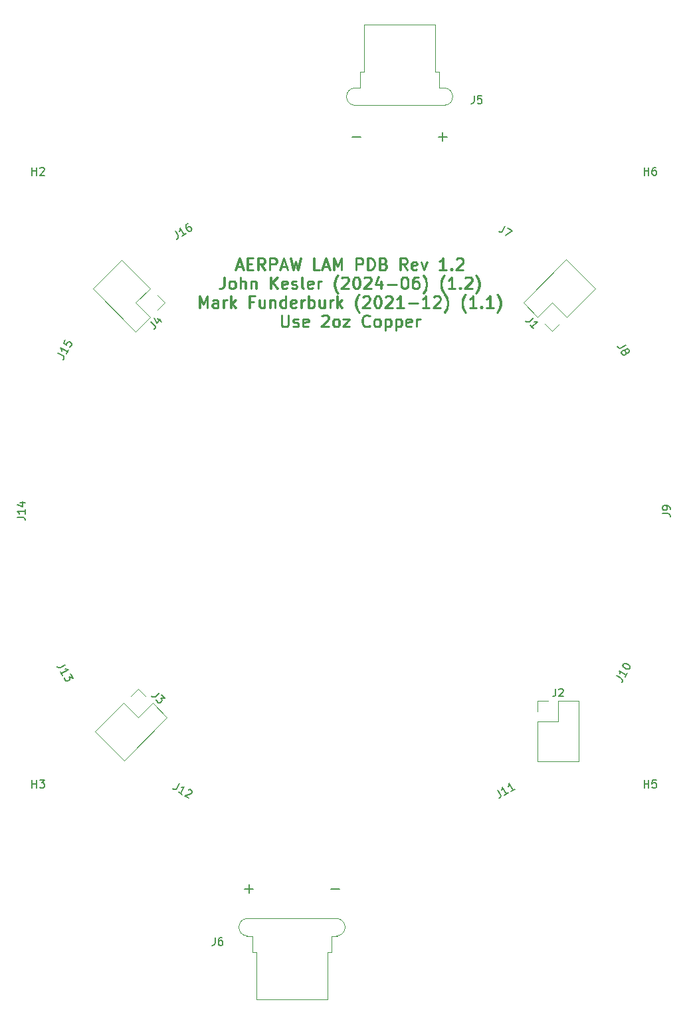
<source format=gbr>
%TF.GenerationSoftware,KiCad,Pcbnew,8.0.0*%
%TF.CreationDate,2024-06-13T18:26:09-04:00*%
%TF.ProjectId,PDB,5044422e-6b69-4636-9164-5f7063625858,rev?*%
%TF.SameCoordinates,Original*%
%TF.FileFunction,Legend,Top*%
%TF.FilePolarity,Positive*%
%FSLAX46Y46*%
G04 Gerber Fmt 4.6, Leading zero omitted, Abs format (unit mm)*
G04 Created by KiCad (PCBNEW 8.0.0) date 2024-06-13 18:26:09*
%MOMM*%
%LPD*%
G01*
G04 APERTURE LIST*
G04 Aperture macros list*
%AMRoundRect*
0 Rectangle with rounded corners*
0 $1 Rounding radius*
0 $2 $3 $4 $5 $6 $7 $8 $9 X,Y pos of 4 corners*
0 Add a 4 corners polygon primitive as box body*
4,1,4,$2,$3,$4,$5,$6,$7,$8,$9,$2,$3,0*
0 Add four circle primitives for the rounded corners*
1,1,$1+$1,$2,$3*
1,1,$1+$1,$4,$5*
1,1,$1+$1,$6,$7*
1,1,$1+$1,$8,$9*
0 Add four rect primitives between the rounded corners*
20,1,$1+$1,$2,$3,$4,$5,0*
20,1,$1+$1,$4,$5,$6,$7,0*
20,1,$1+$1,$6,$7,$8,$9,0*
20,1,$1+$1,$8,$9,$2,$3,0*%
%AMHorizOval*
0 Thick line with rounded ends*
0 $1 width*
0 $2 $3 position (X,Y) of the first rounded end (center of the circle)*
0 $4 $5 position (X,Y) of the second rounded end (center of the circle)*
0 Add line between two ends*
20,1,$1,$2,$3,$4,$5,0*
0 Add two circle primitives to create the rounded ends*
1,1,$1,$2,$3*
1,1,$1,$4,$5*%
%AMRotRect*
0 Rectangle, with rotation*
0 The origin of the aperture is its center*
0 $1 length*
0 $2 width*
0 $3 Rotation angle, in degrees counterclockwise*
0 Add horizontal line*
21,1,$1,$2,0,0,$3*%
G04 Aperture macros list end*
%ADD10C,0.250000*%
%ADD11C,0.150000*%
%ADD12C,0.120000*%
%ADD13C,6.400000*%
%ADD14RoundRect,0.150000X-0.637917X-0.195096X-0.487917X-0.454904X0.637917X0.195096X0.487917X0.454904X0*%
%ADD15C,4.000000*%
%ADD16RoundRect,0.150000X-0.650000X0.150000X-0.650000X-0.150000X0.650000X-0.150000X0.650000X0.150000X0*%
%ADD17RoundRect,0.150000X0.650000X-0.150000X0.650000X0.150000X-0.650000X0.150000X-0.650000X-0.150000X0*%
%ADD18RotRect,1.700000X1.700000X135.000000*%
%ADD19HorizOval,1.700000X0.000000X0.000000X0.000000X0.000000X0*%
%ADD20RoundRect,0.150000X-0.487917X0.454904X-0.637917X0.195096X0.487917X-0.454904X0.637917X-0.195096X0*%
%ADD21RotRect,1.700000X1.700000X315.000000*%
%ADD22HorizOval,1.700000X0.000000X0.000000X0.000000X0.000000X0*%
%ADD23C,1.400000*%
%ADD24R,3.500000X3.500000*%
%ADD25C,3.500000*%
%ADD26R,1.700000X1.700000*%
%ADD27O,1.700000X1.700000*%
%ADD28RoundRect,0.150000X-0.454904X-0.487917X-0.195096X-0.637917X0.454904X0.487917X0.195096X0.637917X0*%
%ADD29RotRect,1.700000X1.700000X225.000000*%
%ADD30HorizOval,1.700000X0.000000X0.000000X0.000000X0.000000X0*%
%ADD31RoundRect,0.150000X0.195096X-0.637917X0.454904X-0.487917X-0.195096X0.637917X-0.454904X0.487917X0*%
%ADD32RoundRect,0.150000X0.487917X-0.454904X0.637917X-0.195096X-0.487917X0.454904X-0.637917X0.195096X0*%
%ADD33RoundRect,0.150000X0.637917X0.195096X0.487917X0.454904X-0.637917X-0.195096X-0.487917X-0.454904X0*%
%ADD34RoundRect,0.150000X0.454904X0.487917X0.195096X0.637917X-0.454904X-0.487917X-0.195096X-0.637917X0*%
%ADD35RoundRect,0.150000X-0.195096X0.637917X-0.454904X0.487917X0.195096X-0.637917X0.454904X-0.487917X0*%
%ADD36C,5.000000*%
G04 APERTURE END LIST*
D10*
X129071429Y-58330109D02*
X129785715Y-58330109D01*
X128928572Y-58758680D02*
X129428572Y-57258680D01*
X129428572Y-57258680D02*
X129928572Y-58758680D01*
X130428571Y-57972966D02*
X130928571Y-57972966D01*
X131142857Y-58758680D02*
X130428571Y-58758680D01*
X130428571Y-58758680D02*
X130428571Y-57258680D01*
X130428571Y-57258680D02*
X131142857Y-57258680D01*
X132642857Y-58758680D02*
X132142857Y-58044394D01*
X131785714Y-58758680D02*
X131785714Y-57258680D01*
X131785714Y-57258680D02*
X132357143Y-57258680D01*
X132357143Y-57258680D02*
X132500000Y-57330109D01*
X132500000Y-57330109D02*
X132571429Y-57401537D01*
X132571429Y-57401537D02*
X132642857Y-57544394D01*
X132642857Y-57544394D02*
X132642857Y-57758680D01*
X132642857Y-57758680D02*
X132571429Y-57901537D01*
X132571429Y-57901537D02*
X132500000Y-57972966D01*
X132500000Y-57972966D02*
X132357143Y-58044394D01*
X132357143Y-58044394D02*
X131785714Y-58044394D01*
X133285714Y-58758680D02*
X133285714Y-57258680D01*
X133285714Y-57258680D02*
X133857143Y-57258680D01*
X133857143Y-57258680D02*
X134000000Y-57330109D01*
X134000000Y-57330109D02*
X134071429Y-57401537D01*
X134071429Y-57401537D02*
X134142857Y-57544394D01*
X134142857Y-57544394D02*
X134142857Y-57758680D01*
X134142857Y-57758680D02*
X134071429Y-57901537D01*
X134071429Y-57901537D02*
X134000000Y-57972966D01*
X134000000Y-57972966D02*
X133857143Y-58044394D01*
X133857143Y-58044394D02*
X133285714Y-58044394D01*
X134714286Y-58330109D02*
X135428572Y-58330109D01*
X134571429Y-58758680D02*
X135071429Y-57258680D01*
X135071429Y-57258680D02*
X135571429Y-58758680D01*
X135928571Y-57258680D02*
X136285714Y-58758680D01*
X136285714Y-58758680D02*
X136571428Y-57687252D01*
X136571428Y-57687252D02*
X136857143Y-58758680D01*
X136857143Y-58758680D02*
X137214286Y-57258680D01*
X139642857Y-58758680D02*
X138928571Y-58758680D01*
X138928571Y-58758680D02*
X138928571Y-57258680D01*
X140071429Y-58330109D02*
X140785715Y-58330109D01*
X139928572Y-58758680D02*
X140428572Y-57258680D01*
X140428572Y-57258680D02*
X140928572Y-58758680D01*
X141428571Y-58758680D02*
X141428571Y-57258680D01*
X141428571Y-57258680D02*
X141928571Y-58330109D01*
X141928571Y-58330109D02*
X142428571Y-57258680D01*
X142428571Y-57258680D02*
X142428571Y-58758680D01*
X144285714Y-58758680D02*
X144285714Y-57258680D01*
X144285714Y-57258680D02*
X144857143Y-57258680D01*
X144857143Y-57258680D02*
X145000000Y-57330109D01*
X145000000Y-57330109D02*
X145071429Y-57401537D01*
X145071429Y-57401537D02*
X145142857Y-57544394D01*
X145142857Y-57544394D02*
X145142857Y-57758680D01*
X145142857Y-57758680D02*
X145071429Y-57901537D01*
X145071429Y-57901537D02*
X145000000Y-57972966D01*
X145000000Y-57972966D02*
X144857143Y-58044394D01*
X144857143Y-58044394D02*
X144285714Y-58044394D01*
X145785714Y-58758680D02*
X145785714Y-57258680D01*
X145785714Y-57258680D02*
X146142857Y-57258680D01*
X146142857Y-57258680D02*
X146357143Y-57330109D01*
X146357143Y-57330109D02*
X146500000Y-57472966D01*
X146500000Y-57472966D02*
X146571429Y-57615823D01*
X146571429Y-57615823D02*
X146642857Y-57901537D01*
X146642857Y-57901537D02*
X146642857Y-58115823D01*
X146642857Y-58115823D02*
X146571429Y-58401537D01*
X146571429Y-58401537D02*
X146500000Y-58544394D01*
X146500000Y-58544394D02*
X146357143Y-58687252D01*
X146357143Y-58687252D02*
X146142857Y-58758680D01*
X146142857Y-58758680D02*
X145785714Y-58758680D01*
X147785714Y-57972966D02*
X148000000Y-58044394D01*
X148000000Y-58044394D02*
X148071429Y-58115823D01*
X148071429Y-58115823D02*
X148142857Y-58258680D01*
X148142857Y-58258680D02*
X148142857Y-58472966D01*
X148142857Y-58472966D02*
X148071429Y-58615823D01*
X148071429Y-58615823D02*
X148000000Y-58687252D01*
X148000000Y-58687252D02*
X147857143Y-58758680D01*
X147857143Y-58758680D02*
X147285714Y-58758680D01*
X147285714Y-58758680D02*
X147285714Y-57258680D01*
X147285714Y-57258680D02*
X147785714Y-57258680D01*
X147785714Y-57258680D02*
X147928572Y-57330109D01*
X147928572Y-57330109D02*
X148000000Y-57401537D01*
X148000000Y-57401537D02*
X148071429Y-57544394D01*
X148071429Y-57544394D02*
X148071429Y-57687252D01*
X148071429Y-57687252D02*
X148000000Y-57830109D01*
X148000000Y-57830109D02*
X147928572Y-57901537D01*
X147928572Y-57901537D02*
X147785714Y-57972966D01*
X147785714Y-57972966D02*
X147285714Y-57972966D01*
X150785714Y-58758680D02*
X150285714Y-58044394D01*
X149928571Y-58758680D02*
X149928571Y-57258680D01*
X149928571Y-57258680D02*
X150500000Y-57258680D01*
X150500000Y-57258680D02*
X150642857Y-57330109D01*
X150642857Y-57330109D02*
X150714286Y-57401537D01*
X150714286Y-57401537D02*
X150785714Y-57544394D01*
X150785714Y-57544394D02*
X150785714Y-57758680D01*
X150785714Y-57758680D02*
X150714286Y-57901537D01*
X150714286Y-57901537D02*
X150642857Y-57972966D01*
X150642857Y-57972966D02*
X150500000Y-58044394D01*
X150500000Y-58044394D02*
X149928571Y-58044394D01*
X152000000Y-58687252D02*
X151857143Y-58758680D01*
X151857143Y-58758680D02*
X151571429Y-58758680D01*
X151571429Y-58758680D02*
X151428571Y-58687252D01*
X151428571Y-58687252D02*
X151357143Y-58544394D01*
X151357143Y-58544394D02*
X151357143Y-57972966D01*
X151357143Y-57972966D02*
X151428571Y-57830109D01*
X151428571Y-57830109D02*
X151571429Y-57758680D01*
X151571429Y-57758680D02*
X151857143Y-57758680D01*
X151857143Y-57758680D02*
X152000000Y-57830109D01*
X152000000Y-57830109D02*
X152071429Y-57972966D01*
X152071429Y-57972966D02*
X152071429Y-58115823D01*
X152071429Y-58115823D02*
X151357143Y-58258680D01*
X152571428Y-57758680D02*
X152928571Y-58758680D01*
X152928571Y-58758680D02*
X153285714Y-57758680D01*
X155785714Y-58758680D02*
X154928571Y-58758680D01*
X155357142Y-58758680D02*
X155357142Y-57258680D01*
X155357142Y-57258680D02*
X155214285Y-57472966D01*
X155214285Y-57472966D02*
X155071428Y-57615823D01*
X155071428Y-57615823D02*
X154928571Y-57687252D01*
X156428570Y-58615823D02*
X156499999Y-58687252D01*
X156499999Y-58687252D02*
X156428570Y-58758680D01*
X156428570Y-58758680D02*
X156357142Y-58687252D01*
X156357142Y-58687252D02*
X156428570Y-58615823D01*
X156428570Y-58615823D02*
X156428570Y-58758680D01*
X157071428Y-57401537D02*
X157142856Y-57330109D01*
X157142856Y-57330109D02*
X157285714Y-57258680D01*
X157285714Y-57258680D02*
X157642856Y-57258680D01*
X157642856Y-57258680D02*
X157785714Y-57330109D01*
X157785714Y-57330109D02*
X157857142Y-57401537D01*
X157857142Y-57401537D02*
X157928571Y-57544394D01*
X157928571Y-57544394D02*
X157928571Y-57687252D01*
X157928571Y-57687252D02*
X157857142Y-57901537D01*
X157857142Y-57901537D02*
X156999999Y-58758680D01*
X156999999Y-58758680D02*
X157928571Y-58758680D01*
X127464288Y-59673596D02*
X127464288Y-60745025D01*
X127464288Y-60745025D02*
X127392859Y-60959310D01*
X127392859Y-60959310D02*
X127250002Y-61102168D01*
X127250002Y-61102168D02*
X127035716Y-61173596D01*
X127035716Y-61173596D02*
X126892859Y-61173596D01*
X128392859Y-61173596D02*
X128250002Y-61102168D01*
X128250002Y-61102168D02*
X128178573Y-61030739D01*
X128178573Y-61030739D02*
X128107145Y-60887882D01*
X128107145Y-60887882D02*
X128107145Y-60459310D01*
X128107145Y-60459310D02*
X128178573Y-60316453D01*
X128178573Y-60316453D02*
X128250002Y-60245025D01*
X128250002Y-60245025D02*
X128392859Y-60173596D01*
X128392859Y-60173596D02*
X128607145Y-60173596D01*
X128607145Y-60173596D02*
X128750002Y-60245025D01*
X128750002Y-60245025D02*
X128821431Y-60316453D01*
X128821431Y-60316453D02*
X128892859Y-60459310D01*
X128892859Y-60459310D02*
X128892859Y-60887882D01*
X128892859Y-60887882D02*
X128821431Y-61030739D01*
X128821431Y-61030739D02*
X128750002Y-61102168D01*
X128750002Y-61102168D02*
X128607145Y-61173596D01*
X128607145Y-61173596D02*
X128392859Y-61173596D01*
X129535716Y-61173596D02*
X129535716Y-59673596D01*
X130178574Y-61173596D02*
X130178574Y-60387882D01*
X130178574Y-60387882D02*
X130107145Y-60245025D01*
X130107145Y-60245025D02*
X129964288Y-60173596D01*
X129964288Y-60173596D02*
X129750002Y-60173596D01*
X129750002Y-60173596D02*
X129607145Y-60245025D01*
X129607145Y-60245025D02*
X129535716Y-60316453D01*
X130892859Y-60173596D02*
X130892859Y-61173596D01*
X130892859Y-60316453D02*
X130964288Y-60245025D01*
X130964288Y-60245025D02*
X131107145Y-60173596D01*
X131107145Y-60173596D02*
X131321431Y-60173596D01*
X131321431Y-60173596D02*
X131464288Y-60245025D01*
X131464288Y-60245025D02*
X131535717Y-60387882D01*
X131535717Y-60387882D02*
X131535717Y-61173596D01*
X133392859Y-61173596D02*
X133392859Y-59673596D01*
X134250002Y-61173596D02*
X133607145Y-60316453D01*
X134250002Y-59673596D02*
X133392859Y-60530739D01*
X135464288Y-61102168D02*
X135321431Y-61173596D01*
X135321431Y-61173596D02*
X135035717Y-61173596D01*
X135035717Y-61173596D02*
X134892859Y-61102168D01*
X134892859Y-61102168D02*
X134821431Y-60959310D01*
X134821431Y-60959310D02*
X134821431Y-60387882D01*
X134821431Y-60387882D02*
X134892859Y-60245025D01*
X134892859Y-60245025D02*
X135035717Y-60173596D01*
X135035717Y-60173596D02*
X135321431Y-60173596D01*
X135321431Y-60173596D02*
X135464288Y-60245025D01*
X135464288Y-60245025D02*
X135535717Y-60387882D01*
X135535717Y-60387882D02*
X135535717Y-60530739D01*
X135535717Y-60530739D02*
X134821431Y-60673596D01*
X136107145Y-61102168D02*
X136250002Y-61173596D01*
X136250002Y-61173596D02*
X136535716Y-61173596D01*
X136535716Y-61173596D02*
X136678573Y-61102168D01*
X136678573Y-61102168D02*
X136750002Y-60959310D01*
X136750002Y-60959310D02*
X136750002Y-60887882D01*
X136750002Y-60887882D02*
X136678573Y-60745025D01*
X136678573Y-60745025D02*
X136535716Y-60673596D01*
X136535716Y-60673596D02*
X136321431Y-60673596D01*
X136321431Y-60673596D02*
X136178573Y-60602168D01*
X136178573Y-60602168D02*
X136107145Y-60459310D01*
X136107145Y-60459310D02*
X136107145Y-60387882D01*
X136107145Y-60387882D02*
X136178573Y-60245025D01*
X136178573Y-60245025D02*
X136321431Y-60173596D01*
X136321431Y-60173596D02*
X136535716Y-60173596D01*
X136535716Y-60173596D02*
X136678573Y-60245025D01*
X137607145Y-61173596D02*
X137464288Y-61102168D01*
X137464288Y-61102168D02*
X137392859Y-60959310D01*
X137392859Y-60959310D02*
X137392859Y-59673596D01*
X138750002Y-61102168D02*
X138607145Y-61173596D01*
X138607145Y-61173596D02*
X138321431Y-61173596D01*
X138321431Y-61173596D02*
X138178573Y-61102168D01*
X138178573Y-61102168D02*
X138107145Y-60959310D01*
X138107145Y-60959310D02*
X138107145Y-60387882D01*
X138107145Y-60387882D02*
X138178573Y-60245025D01*
X138178573Y-60245025D02*
X138321431Y-60173596D01*
X138321431Y-60173596D02*
X138607145Y-60173596D01*
X138607145Y-60173596D02*
X138750002Y-60245025D01*
X138750002Y-60245025D02*
X138821431Y-60387882D01*
X138821431Y-60387882D02*
X138821431Y-60530739D01*
X138821431Y-60530739D02*
X138107145Y-60673596D01*
X139464287Y-61173596D02*
X139464287Y-60173596D01*
X139464287Y-60459310D02*
X139535716Y-60316453D01*
X139535716Y-60316453D02*
X139607145Y-60245025D01*
X139607145Y-60245025D02*
X139750002Y-60173596D01*
X139750002Y-60173596D02*
X139892859Y-60173596D01*
X141964287Y-61745025D02*
X141892858Y-61673596D01*
X141892858Y-61673596D02*
X141750001Y-61459310D01*
X141750001Y-61459310D02*
X141678573Y-61316453D01*
X141678573Y-61316453D02*
X141607144Y-61102168D01*
X141607144Y-61102168D02*
X141535715Y-60745025D01*
X141535715Y-60745025D02*
X141535715Y-60459310D01*
X141535715Y-60459310D02*
X141607144Y-60102168D01*
X141607144Y-60102168D02*
X141678573Y-59887882D01*
X141678573Y-59887882D02*
X141750001Y-59745025D01*
X141750001Y-59745025D02*
X141892858Y-59530739D01*
X141892858Y-59530739D02*
X141964287Y-59459310D01*
X142464287Y-59816453D02*
X142535715Y-59745025D01*
X142535715Y-59745025D02*
X142678573Y-59673596D01*
X142678573Y-59673596D02*
X143035715Y-59673596D01*
X143035715Y-59673596D02*
X143178573Y-59745025D01*
X143178573Y-59745025D02*
X143250001Y-59816453D01*
X143250001Y-59816453D02*
X143321430Y-59959310D01*
X143321430Y-59959310D02*
X143321430Y-60102168D01*
X143321430Y-60102168D02*
X143250001Y-60316453D01*
X143250001Y-60316453D02*
X142392858Y-61173596D01*
X142392858Y-61173596D02*
X143321430Y-61173596D01*
X144250001Y-59673596D02*
X144392858Y-59673596D01*
X144392858Y-59673596D02*
X144535715Y-59745025D01*
X144535715Y-59745025D02*
X144607144Y-59816453D01*
X144607144Y-59816453D02*
X144678572Y-59959310D01*
X144678572Y-59959310D02*
X144750001Y-60245025D01*
X144750001Y-60245025D02*
X144750001Y-60602168D01*
X144750001Y-60602168D02*
X144678572Y-60887882D01*
X144678572Y-60887882D02*
X144607144Y-61030739D01*
X144607144Y-61030739D02*
X144535715Y-61102168D01*
X144535715Y-61102168D02*
X144392858Y-61173596D01*
X144392858Y-61173596D02*
X144250001Y-61173596D01*
X144250001Y-61173596D02*
X144107144Y-61102168D01*
X144107144Y-61102168D02*
X144035715Y-61030739D01*
X144035715Y-61030739D02*
X143964286Y-60887882D01*
X143964286Y-60887882D02*
X143892858Y-60602168D01*
X143892858Y-60602168D02*
X143892858Y-60245025D01*
X143892858Y-60245025D02*
X143964286Y-59959310D01*
X143964286Y-59959310D02*
X144035715Y-59816453D01*
X144035715Y-59816453D02*
X144107144Y-59745025D01*
X144107144Y-59745025D02*
X144250001Y-59673596D01*
X145321429Y-59816453D02*
X145392857Y-59745025D01*
X145392857Y-59745025D02*
X145535715Y-59673596D01*
X145535715Y-59673596D02*
X145892857Y-59673596D01*
X145892857Y-59673596D02*
X146035715Y-59745025D01*
X146035715Y-59745025D02*
X146107143Y-59816453D01*
X146107143Y-59816453D02*
X146178572Y-59959310D01*
X146178572Y-59959310D02*
X146178572Y-60102168D01*
X146178572Y-60102168D02*
X146107143Y-60316453D01*
X146107143Y-60316453D02*
X145250000Y-61173596D01*
X145250000Y-61173596D02*
X146178572Y-61173596D01*
X147464286Y-60173596D02*
X147464286Y-61173596D01*
X147107143Y-59602168D02*
X146750000Y-60673596D01*
X146750000Y-60673596D02*
X147678571Y-60673596D01*
X148249999Y-60602168D02*
X149392857Y-60602168D01*
X150392857Y-59673596D02*
X150535714Y-59673596D01*
X150535714Y-59673596D02*
X150678571Y-59745025D01*
X150678571Y-59745025D02*
X150750000Y-59816453D01*
X150750000Y-59816453D02*
X150821428Y-59959310D01*
X150821428Y-59959310D02*
X150892857Y-60245025D01*
X150892857Y-60245025D02*
X150892857Y-60602168D01*
X150892857Y-60602168D02*
X150821428Y-60887882D01*
X150821428Y-60887882D02*
X150750000Y-61030739D01*
X150750000Y-61030739D02*
X150678571Y-61102168D01*
X150678571Y-61102168D02*
X150535714Y-61173596D01*
X150535714Y-61173596D02*
X150392857Y-61173596D01*
X150392857Y-61173596D02*
X150250000Y-61102168D01*
X150250000Y-61102168D02*
X150178571Y-61030739D01*
X150178571Y-61030739D02*
X150107142Y-60887882D01*
X150107142Y-60887882D02*
X150035714Y-60602168D01*
X150035714Y-60602168D02*
X150035714Y-60245025D01*
X150035714Y-60245025D02*
X150107142Y-59959310D01*
X150107142Y-59959310D02*
X150178571Y-59816453D01*
X150178571Y-59816453D02*
X150250000Y-59745025D01*
X150250000Y-59745025D02*
X150392857Y-59673596D01*
X152178571Y-59673596D02*
X151892856Y-59673596D01*
X151892856Y-59673596D02*
X151749999Y-59745025D01*
X151749999Y-59745025D02*
X151678571Y-59816453D01*
X151678571Y-59816453D02*
X151535713Y-60030739D01*
X151535713Y-60030739D02*
X151464285Y-60316453D01*
X151464285Y-60316453D02*
X151464285Y-60887882D01*
X151464285Y-60887882D02*
X151535713Y-61030739D01*
X151535713Y-61030739D02*
X151607142Y-61102168D01*
X151607142Y-61102168D02*
X151749999Y-61173596D01*
X151749999Y-61173596D02*
X152035713Y-61173596D01*
X152035713Y-61173596D02*
X152178571Y-61102168D01*
X152178571Y-61102168D02*
X152249999Y-61030739D01*
X152249999Y-61030739D02*
X152321428Y-60887882D01*
X152321428Y-60887882D02*
X152321428Y-60530739D01*
X152321428Y-60530739D02*
X152249999Y-60387882D01*
X152249999Y-60387882D02*
X152178571Y-60316453D01*
X152178571Y-60316453D02*
X152035713Y-60245025D01*
X152035713Y-60245025D02*
X151749999Y-60245025D01*
X151749999Y-60245025D02*
X151607142Y-60316453D01*
X151607142Y-60316453D02*
X151535713Y-60387882D01*
X151535713Y-60387882D02*
X151464285Y-60530739D01*
X152821427Y-61745025D02*
X152892856Y-61673596D01*
X152892856Y-61673596D02*
X153035713Y-61459310D01*
X153035713Y-61459310D02*
X153107142Y-61316453D01*
X153107142Y-61316453D02*
X153178570Y-61102168D01*
X153178570Y-61102168D02*
X153249999Y-60745025D01*
X153249999Y-60745025D02*
X153249999Y-60459310D01*
X153249999Y-60459310D02*
X153178570Y-60102168D01*
X153178570Y-60102168D02*
X153107142Y-59887882D01*
X153107142Y-59887882D02*
X153035713Y-59745025D01*
X153035713Y-59745025D02*
X152892856Y-59530739D01*
X152892856Y-59530739D02*
X152821427Y-59459310D01*
X155535713Y-61745025D02*
X155464284Y-61673596D01*
X155464284Y-61673596D02*
X155321427Y-61459310D01*
X155321427Y-61459310D02*
X155249999Y-61316453D01*
X155249999Y-61316453D02*
X155178570Y-61102168D01*
X155178570Y-61102168D02*
X155107141Y-60745025D01*
X155107141Y-60745025D02*
X155107141Y-60459310D01*
X155107141Y-60459310D02*
X155178570Y-60102168D01*
X155178570Y-60102168D02*
X155249999Y-59887882D01*
X155249999Y-59887882D02*
X155321427Y-59745025D01*
X155321427Y-59745025D02*
X155464284Y-59530739D01*
X155464284Y-59530739D02*
X155535713Y-59459310D01*
X156892856Y-61173596D02*
X156035713Y-61173596D01*
X156464284Y-61173596D02*
X156464284Y-59673596D01*
X156464284Y-59673596D02*
X156321427Y-59887882D01*
X156321427Y-59887882D02*
X156178570Y-60030739D01*
X156178570Y-60030739D02*
X156035713Y-60102168D01*
X157535712Y-61030739D02*
X157607141Y-61102168D01*
X157607141Y-61102168D02*
X157535712Y-61173596D01*
X157535712Y-61173596D02*
X157464284Y-61102168D01*
X157464284Y-61102168D02*
X157535712Y-61030739D01*
X157535712Y-61030739D02*
X157535712Y-61173596D01*
X158178570Y-59816453D02*
X158249998Y-59745025D01*
X158249998Y-59745025D02*
X158392856Y-59673596D01*
X158392856Y-59673596D02*
X158749998Y-59673596D01*
X158749998Y-59673596D02*
X158892856Y-59745025D01*
X158892856Y-59745025D02*
X158964284Y-59816453D01*
X158964284Y-59816453D02*
X159035713Y-59959310D01*
X159035713Y-59959310D02*
X159035713Y-60102168D01*
X159035713Y-60102168D02*
X158964284Y-60316453D01*
X158964284Y-60316453D02*
X158107141Y-61173596D01*
X158107141Y-61173596D02*
X159035713Y-61173596D01*
X159535712Y-61745025D02*
X159607141Y-61673596D01*
X159607141Y-61673596D02*
X159749998Y-61459310D01*
X159749998Y-61459310D02*
X159821427Y-61316453D01*
X159821427Y-61316453D02*
X159892855Y-61102168D01*
X159892855Y-61102168D02*
X159964284Y-60745025D01*
X159964284Y-60745025D02*
X159964284Y-60459310D01*
X159964284Y-60459310D02*
X159892855Y-60102168D01*
X159892855Y-60102168D02*
X159821427Y-59887882D01*
X159821427Y-59887882D02*
X159749998Y-59745025D01*
X159749998Y-59745025D02*
X159607141Y-59530739D01*
X159607141Y-59530739D02*
X159535712Y-59459310D01*
X124321430Y-63588512D02*
X124321430Y-62088512D01*
X124321430Y-62088512D02*
X124821430Y-63159941D01*
X124821430Y-63159941D02*
X125321430Y-62088512D01*
X125321430Y-62088512D02*
X125321430Y-63588512D01*
X126678574Y-63588512D02*
X126678574Y-62802798D01*
X126678574Y-62802798D02*
X126607145Y-62659941D01*
X126607145Y-62659941D02*
X126464288Y-62588512D01*
X126464288Y-62588512D02*
X126178574Y-62588512D01*
X126178574Y-62588512D02*
X126035716Y-62659941D01*
X126678574Y-63517084D02*
X126535716Y-63588512D01*
X126535716Y-63588512D02*
X126178574Y-63588512D01*
X126178574Y-63588512D02*
X126035716Y-63517084D01*
X126035716Y-63517084D02*
X125964288Y-63374226D01*
X125964288Y-63374226D02*
X125964288Y-63231369D01*
X125964288Y-63231369D02*
X126035716Y-63088512D01*
X126035716Y-63088512D02*
X126178574Y-63017084D01*
X126178574Y-63017084D02*
X126535716Y-63017084D01*
X126535716Y-63017084D02*
X126678574Y-62945655D01*
X127392859Y-63588512D02*
X127392859Y-62588512D01*
X127392859Y-62874226D02*
X127464288Y-62731369D01*
X127464288Y-62731369D02*
X127535717Y-62659941D01*
X127535717Y-62659941D02*
X127678574Y-62588512D01*
X127678574Y-62588512D02*
X127821431Y-62588512D01*
X128321430Y-63588512D02*
X128321430Y-62088512D01*
X128464288Y-63017084D02*
X128892859Y-63588512D01*
X128892859Y-62588512D02*
X128321430Y-63159941D01*
X131178573Y-62802798D02*
X130678573Y-62802798D01*
X130678573Y-63588512D02*
X130678573Y-62088512D01*
X130678573Y-62088512D02*
X131392859Y-62088512D01*
X132607145Y-62588512D02*
X132607145Y-63588512D01*
X131964287Y-62588512D02*
X131964287Y-63374226D01*
X131964287Y-63374226D02*
X132035716Y-63517084D01*
X132035716Y-63517084D02*
X132178573Y-63588512D01*
X132178573Y-63588512D02*
X132392859Y-63588512D01*
X132392859Y-63588512D02*
X132535716Y-63517084D01*
X132535716Y-63517084D02*
X132607145Y-63445655D01*
X133321430Y-62588512D02*
X133321430Y-63588512D01*
X133321430Y-62731369D02*
X133392859Y-62659941D01*
X133392859Y-62659941D02*
X133535716Y-62588512D01*
X133535716Y-62588512D02*
X133750002Y-62588512D01*
X133750002Y-62588512D02*
X133892859Y-62659941D01*
X133892859Y-62659941D02*
X133964288Y-62802798D01*
X133964288Y-62802798D02*
X133964288Y-63588512D01*
X135321431Y-63588512D02*
X135321431Y-62088512D01*
X135321431Y-63517084D02*
X135178573Y-63588512D01*
X135178573Y-63588512D02*
X134892859Y-63588512D01*
X134892859Y-63588512D02*
X134750002Y-63517084D01*
X134750002Y-63517084D02*
X134678573Y-63445655D01*
X134678573Y-63445655D02*
X134607145Y-63302798D01*
X134607145Y-63302798D02*
X134607145Y-62874226D01*
X134607145Y-62874226D02*
X134678573Y-62731369D01*
X134678573Y-62731369D02*
X134750002Y-62659941D01*
X134750002Y-62659941D02*
X134892859Y-62588512D01*
X134892859Y-62588512D02*
X135178573Y-62588512D01*
X135178573Y-62588512D02*
X135321431Y-62659941D01*
X136607145Y-63517084D02*
X136464288Y-63588512D01*
X136464288Y-63588512D02*
X136178574Y-63588512D01*
X136178574Y-63588512D02*
X136035716Y-63517084D01*
X136035716Y-63517084D02*
X135964288Y-63374226D01*
X135964288Y-63374226D02*
X135964288Y-62802798D01*
X135964288Y-62802798D02*
X136035716Y-62659941D01*
X136035716Y-62659941D02*
X136178574Y-62588512D01*
X136178574Y-62588512D02*
X136464288Y-62588512D01*
X136464288Y-62588512D02*
X136607145Y-62659941D01*
X136607145Y-62659941D02*
X136678574Y-62802798D01*
X136678574Y-62802798D02*
X136678574Y-62945655D01*
X136678574Y-62945655D02*
X135964288Y-63088512D01*
X137321430Y-63588512D02*
X137321430Y-62588512D01*
X137321430Y-62874226D02*
X137392859Y-62731369D01*
X137392859Y-62731369D02*
X137464288Y-62659941D01*
X137464288Y-62659941D02*
X137607145Y-62588512D01*
X137607145Y-62588512D02*
X137750002Y-62588512D01*
X138250001Y-63588512D02*
X138250001Y-62088512D01*
X138250001Y-62659941D02*
X138392859Y-62588512D01*
X138392859Y-62588512D02*
X138678573Y-62588512D01*
X138678573Y-62588512D02*
X138821430Y-62659941D01*
X138821430Y-62659941D02*
X138892859Y-62731369D01*
X138892859Y-62731369D02*
X138964287Y-62874226D01*
X138964287Y-62874226D02*
X138964287Y-63302798D01*
X138964287Y-63302798D02*
X138892859Y-63445655D01*
X138892859Y-63445655D02*
X138821430Y-63517084D01*
X138821430Y-63517084D02*
X138678573Y-63588512D01*
X138678573Y-63588512D02*
X138392859Y-63588512D01*
X138392859Y-63588512D02*
X138250001Y-63517084D01*
X140250002Y-62588512D02*
X140250002Y-63588512D01*
X139607144Y-62588512D02*
X139607144Y-63374226D01*
X139607144Y-63374226D02*
X139678573Y-63517084D01*
X139678573Y-63517084D02*
X139821430Y-63588512D01*
X139821430Y-63588512D02*
X140035716Y-63588512D01*
X140035716Y-63588512D02*
X140178573Y-63517084D01*
X140178573Y-63517084D02*
X140250002Y-63445655D01*
X140964287Y-63588512D02*
X140964287Y-62588512D01*
X140964287Y-62874226D02*
X141035716Y-62731369D01*
X141035716Y-62731369D02*
X141107145Y-62659941D01*
X141107145Y-62659941D02*
X141250002Y-62588512D01*
X141250002Y-62588512D02*
X141392859Y-62588512D01*
X141892858Y-63588512D02*
X141892858Y-62088512D01*
X142035716Y-63017084D02*
X142464287Y-63588512D01*
X142464287Y-62588512D02*
X141892858Y-63159941D01*
X144678573Y-64159941D02*
X144607144Y-64088512D01*
X144607144Y-64088512D02*
X144464287Y-63874226D01*
X144464287Y-63874226D02*
X144392859Y-63731369D01*
X144392859Y-63731369D02*
X144321430Y-63517084D01*
X144321430Y-63517084D02*
X144250001Y-63159941D01*
X144250001Y-63159941D02*
X144250001Y-62874226D01*
X144250001Y-62874226D02*
X144321430Y-62517084D01*
X144321430Y-62517084D02*
X144392859Y-62302798D01*
X144392859Y-62302798D02*
X144464287Y-62159941D01*
X144464287Y-62159941D02*
X144607144Y-61945655D01*
X144607144Y-61945655D02*
X144678573Y-61874226D01*
X145178573Y-62231369D02*
X145250001Y-62159941D01*
X145250001Y-62159941D02*
X145392859Y-62088512D01*
X145392859Y-62088512D02*
X145750001Y-62088512D01*
X145750001Y-62088512D02*
X145892859Y-62159941D01*
X145892859Y-62159941D02*
X145964287Y-62231369D01*
X145964287Y-62231369D02*
X146035716Y-62374226D01*
X146035716Y-62374226D02*
X146035716Y-62517084D01*
X146035716Y-62517084D02*
X145964287Y-62731369D01*
X145964287Y-62731369D02*
X145107144Y-63588512D01*
X145107144Y-63588512D02*
X146035716Y-63588512D01*
X146964287Y-62088512D02*
X147107144Y-62088512D01*
X147107144Y-62088512D02*
X147250001Y-62159941D01*
X147250001Y-62159941D02*
X147321430Y-62231369D01*
X147321430Y-62231369D02*
X147392858Y-62374226D01*
X147392858Y-62374226D02*
X147464287Y-62659941D01*
X147464287Y-62659941D02*
X147464287Y-63017084D01*
X147464287Y-63017084D02*
X147392858Y-63302798D01*
X147392858Y-63302798D02*
X147321430Y-63445655D01*
X147321430Y-63445655D02*
X147250001Y-63517084D01*
X147250001Y-63517084D02*
X147107144Y-63588512D01*
X147107144Y-63588512D02*
X146964287Y-63588512D01*
X146964287Y-63588512D02*
X146821430Y-63517084D01*
X146821430Y-63517084D02*
X146750001Y-63445655D01*
X146750001Y-63445655D02*
X146678572Y-63302798D01*
X146678572Y-63302798D02*
X146607144Y-63017084D01*
X146607144Y-63017084D02*
X146607144Y-62659941D01*
X146607144Y-62659941D02*
X146678572Y-62374226D01*
X146678572Y-62374226D02*
X146750001Y-62231369D01*
X146750001Y-62231369D02*
X146821430Y-62159941D01*
X146821430Y-62159941D02*
X146964287Y-62088512D01*
X148035715Y-62231369D02*
X148107143Y-62159941D01*
X148107143Y-62159941D02*
X148250001Y-62088512D01*
X148250001Y-62088512D02*
X148607143Y-62088512D01*
X148607143Y-62088512D02*
X148750001Y-62159941D01*
X148750001Y-62159941D02*
X148821429Y-62231369D01*
X148821429Y-62231369D02*
X148892858Y-62374226D01*
X148892858Y-62374226D02*
X148892858Y-62517084D01*
X148892858Y-62517084D02*
X148821429Y-62731369D01*
X148821429Y-62731369D02*
X147964286Y-63588512D01*
X147964286Y-63588512D02*
X148892858Y-63588512D01*
X150321429Y-63588512D02*
X149464286Y-63588512D01*
X149892857Y-63588512D02*
X149892857Y-62088512D01*
X149892857Y-62088512D02*
X149750000Y-62302798D01*
X149750000Y-62302798D02*
X149607143Y-62445655D01*
X149607143Y-62445655D02*
X149464286Y-62517084D01*
X150964285Y-63017084D02*
X152107143Y-63017084D01*
X153607143Y-63588512D02*
X152750000Y-63588512D01*
X153178571Y-63588512D02*
X153178571Y-62088512D01*
X153178571Y-62088512D02*
X153035714Y-62302798D01*
X153035714Y-62302798D02*
X152892857Y-62445655D01*
X152892857Y-62445655D02*
X152750000Y-62517084D01*
X154178571Y-62231369D02*
X154249999Y-62159941D01*
X154249999Y-62159941D02*
X154392857Y-62088512D01*
X154392857Y-62088512D02*
X154749999Y-62088512D01*
X154749999Y-62088512D02*
X154892857Y-62159941D01*
X154892857Y-62159941D02*
X154964285Y-62231369D01*
X154964285Y-62231369D02*
X155035714Y-62374226D01*
X155035714Y-62374226D02*
X155035714Y-62517084D01*
X155035714Y-62517084D02*
X154964285Y-62731369D01*
X154964285Y-62731369D02*
X154107142Y-63588512D01*
X154107142Y-63588512D02*
X155035714Y-63588512D01*
X155535713Y-64159941D02*
X155607142Y-64088512D01*
X155607142Y-64088512D02*
X155749999Y-63874226D01*
X155749999Y-63874226D02*
X155821428Y-63731369D01*
X155821428Y-63731369D02*
X155892856Y-63517084D01*
X155892856Y-63517084D02*
X155964285Y-63159941D01*
X155964285Y-63159941D02*
X155964285Y-62874226D01*
X155964285Y-62874226D02*
X155892856Y-62517084D01*
X155892856Y-62517084D02*
X155821428Y-62302798D01*
X155821428Y-62302798D02*
X155749999Y-62159941D01*
X155749999Y-62159941D02*
X155607142Y-61945655D01*
X155607142Y-61945655D02*
X155535713Y-61874226D01*
X158249999Y-64159941D02*
X158178570Y-64088512D01*
X158178570Y-64088512D02*
X158035713Y-63874226D01*
X158035713Y-63874226D02*
X157964285Y-63731369D01*
X157964285Y-63731369D02*
X157892856Y-63517084D01*
X157892856Y-63517084D02*
X157821427Y-63159941D01*
X157821427Y-63159941D02*
X157821427Y-62874226D01*
X157821427Y-62874226D02*
X157892856Y-62517084D01*
X157892856Y-62517084D02*
X157964285Y-62302798D01*
X157964285Y-62302798D02*
X158035713Y-62159941D01*
X158035713Y-62159941D02*
X158178570Y-61945655D01*
X158178570Y-61945655D02*
X158249999Y-61874226D01*
X159607142Y-63588512D02*
X158749999Y-63588512D01*
X159178570Y-63588512D02*
X159178570Y-62088512D01*
X159178570Y-62088512D02*
X159035713Y-62302798D01*
X159035713Y-62302798D02*
X158892856Y-62445655D01*
X158892856Y-62445655D02*
X158749999Y-62517084D01*
X160249998Y-63445655D02*
X160321427Y-63517084D01*
X160321427Y-63517084D02*
X160249998Y-63588512D01*
X160249998Y-63588512D02*
X160178570Y-63517084D01*
X160178570Y-63517084D02*
X160249998Y-63445655D01*
X160249998Y-63445655D02*
X160249998Y-63588512D01*
X161749999Y-63588512D02*
X160892856Y-63588512D01*
X161321427Y-63588512D02*
X161321427Y-62088512D01*
X161321427Y-62088512D02*
X161178570Y-62302798D01*
X161178570Y-62302798D02*
X161035713Y-62445655D01*
X161035713Y-62445655D02*
X160892856Y-62517084D01*
X162249998Y-64159941D02*
X162321427Y-64088512D01*
X162321427Y-64088512D02*
X162464284Y-63874226D01*
X162464284Y-63874226D02*
X162535713Y-63731369D01*
X162535713Y-63731369D02*
X162607141Y-63517084D01*
X162607141Y-63517084D02*
X162678570Y-63159941D01*
X162678570Y-63159941D02*
X162678570Y-62874226D01*
X162678570Y-62874226D02*
X162607141Y-62517084D01*
X162607141Y-62517084D02*
X162535713Y-62302798D01*
X162535713Y-62302798D02*
X162464284Y-62159941D01*
X162464284Y-62159941D02*
X162321427Y-61945655D01*
X162321427Y-61945655D02*
X162249998Y-61874226D01*
X134785714Y-64503428D02*
X134785714Y-65717714D01*
X134785714Y-65717714D02*
X134857143Y-65860571D01*
X134857143Y-65860571D02*
X134928572Y-65932000D01*
X134928572Y-65932000D02*
X135071429Y-66003428D01*
X135071429Y-66003428D02*
X135357143Y-66003428D01*
X135357143Y-66003428D02*
X135500000Y-65932000D01*
X135500000Y-65932000D02*
X135571429Y-65860571D01*
X135571429Y-65860571D02*
X135642857Y-65717714D01*
X135642857Y-65717714D02*
X135642857Y-64503428D01*
X136285715Y-65932000D02*
X136428572Y-66003428D01*
X136428572Y-66003428D02*
X136714286Y-66003428D01*
X136714286Y-66003428D02*
X136857143Y-65932000D01*
X136857143Y-65932000D02*
X136928572Y-65789142D01*
X136928572Y-65789142D02*
X136928572Y-65717714D01*
X136928572Y-65717714D02*
X136857143Y-65574857D01*
X136857143Y-65574857D02*
X136714286Y-65503428D01*
X136714286Y-65503428D02*
X136500001Y-65503428D01*
X136500001Y-65503428D02*
X136357143Y-65432000D01*
X136357143Y-65432000D02*
X136285715Y-65289142D01*
X136285715Y-65289142D02*
X136285715Y-65217714D01*
X136285715Y-65217714D02*
X136357143Y-65074857D01*
X136357143Y-65074857D02*
X136500001Y-65003428D01*
X136500001Y-65003428D02*
X136714286Y-65003428D01*
X136714286Y-65003428D02*
X136857143Y-65074857D01*
X138142858Y-65932000D02*
X138000001Y-66003428D01*
X138000001Y-66003428D02*
X137714287Y-66003428D01*
X137714287Y-66003428D02*
X137571429Y-65932000D01*
X137571429Y-65932000D02*
X137500001Y-65789142D01*
X137500001Y-65789142D02*
X137500001Y-65217714D01*
X137500001Y-65217714D02*
X137571429Y-65074857D01*
X137571429Y-65074857D02*
X137714287Y-65003428D01*
X137714287Y-65003428D02*
X138000001Y-65003428D01*
X138000001Y-65003428D02*
X138142858Y-65074857D01*
X138142858Y-65074857D02*
X138214287Y-65217714D01*
X138214287Y-65217714D02*
X138214287Y-65360571D01*
X138214287Y-65360571D02*
X137500001Y-65503428D01*
X139928572Y-64646285D02*
X140000000Y-64574857D01*
X140000000Y-64574857D02*
X140142858Y-64503428D01*
X140142858Y-64503428D02*
X140500000Y-64503428D01*
X140500000Y-64503428D02*
X140642858Y-64574857D01*
X140642858Y-64574857D02*
X140714286Y-64646285D01*
X140714286Y-64646285D02*
X140785715Y-64789142D01*
X140785715Y-64789142D02*
X140785715Y-64932000D01*
X140785715Y-64932000D02*
X140714286Y-65146285D01*
X140714286Y-65146285D02*
X139857143Y-66003428D01*
X139857143Y-66003428D02*
X140785715Y-66003428D01*
X141642857Y-66003428D02*
X141500000Y-65932000D01*
X141500000Y-65932000D02*
X141428571Y-65860571D01*
X141428571Y-65860571D02*
X141357143Y-65717714D01*
X141357143Y-65717714D02*
X141357143Y-65289142D01*
X141357143Y-65289142D02*
X141428571Y-65146285D01*
X141428571Y-65146285D02*
X141500000Y-65074857D01*
X141500000Y-65074857D02*
X141642857Y-65003428D01*
X141642857Y-65003428D02*
X141857143Y-65003428D01*
X141857143Y-65003428D02*
X142000000Y-65074857D01*
X142000000Y-65074857D02*
X142071429Y-65146285D01*
X142071429Y-65146285D02*
X142142857Y-65289142D01*
X142142857Y-65289142D02*
X142142857Y-65717714D01*
X142142857Y-65717714D02*
X142071429Y-65860571D01*
X142071429Y-65860571D02*
X142000000Y-65932000D01*
X142000000Y-65932000D02*
X141857143Y-66003428D01*
X141857143Y-66003428D02*
X141642857Y-66003428D01*
X142642857Y-65003428D02*
X143428572Y-65003428D01*
X143428572Y-65003428D02*
X142642857Y-66003428D01*
X142642857Y-66003428D02*
X143428572Y-66003428D01*
X146000000Y-65860571D02*
X145928572Y-65932000D01*
X145928572Y-65932000D02*
X145714286Y-66003428D01*
X145714286Y-66003428D02*
X145571429Y-66003428D01*
X145571429Y-66003428D02*
X145357143Y-65932000D01*
X145357143Y-65932000D02*
X145214286Y-65789142D01*
X145214286Y-65789142D02*
X145142857Y-65646285D01*
X145142857Y-65646285D02*
X145071429Y-65360571D01*
X145071429Y-65360571D02*
X145071429Y-65146285D01*
X145071429Y-65146285D02*
X145142857Y-64860571D01*
X145142857Y-64860571D02*
X145214286Y-64717714D01*
X145214286Y-64717714D02*
X145357143Y-64574857D01*
X145357143Y-64574857D02*
X145571429Y-64503428D01*
X145571429Y-64503428D02*
X145714286Y-64503428D01*
X145714286Y-64503428D02*
X145928572Y-64574857D01*
X145928572Y-64574857D02*
X146000000Y-64646285D01*
X146857143Y-66003428D02*
X146714286Y-65932000D01*
X146714286Y-65932000D02*
X146642857Y-65860571D01*
X146642857Y-65860571D02*
X146571429Y-65717714D01*
X146571429Y-65717714D02*
X146571429Y-65289142D01*
X146571429Y-65289142D02*
X146642857Y-65146285D01*
X146642857Y-65146285D02*
X146714286Y-65074857D01*
X146714286Y-65074857D02*
X146857143Y-65003428D01*
X146857143Y-65003428D02*
X147071429Y-65003428D01*
X147071429Y-65003428D02*
X147214286Y-65074857D01*
X147214286Y-65074857D02*
X147285715Y-65146285D01*
X147285715Y-65146285D02*
X147357143Y-65289142D01*
X147357143Y-65289142D02*
X147357143Y-65717714D01*
X147357143Y-65717714D02*
X147285715Y-65860571D01*
X147285715Y-65860571D02*
X147214286Y-65932000D01*
X147214286Y-65932000D02*
X147071429Y-66003428D01*
X147071429Y-66003428D02*
X146857143Y-66003428D01*
X148000000Y-65003428D02*
X148000000Y-66503428D01*
X148000000Y-65074857D02*
X148142858Y-65003428D01*
X148142858Y-65003428D02*
X148428572Y-65003428D01*
X148428572Y-65003428D02*
X148571429Y-65074857D01*
X148571429Y-65074857D02*
X148642858Y-65146285D01*
X148642858Y-65146285D02*
X148714286Y-65289142D01*
X148714286Y-65289142D02*
X148714286Y-65717714D01*
X148714286Y-65717714D02*
X148642858Y-65860571D01*
X148642858Y-65860571D02*
X148571429Y-65932000D01*
X148571429Y-65932000D02*
X148428572Y-66003428D01*
X148428572Y-66003428D02*
X148142858Y-66003428D01*
X148142858Y-66003428D02*
X148000000Y-65932000D01*
X149357143Y-65003428D02*
X149357143Y-66503428D01*
X149357143Y-65074857D02*
X149500001Y-65003428D01*
X149500001Y-65003428D02*
X149785715Y-65003428D01*
X149785715Y-65003428D02*
X149928572Y-65074857D01*
X149928572Y-65074857D02*
X150000001Y-65146285D01*
X150000001Y-65146285D02*
X150071429Y-65289142D01*
X150071429Y-65289142D02*
X150071429Y-65717714D01*
X150071429Y-65717714D02*
X150000001Y-65860571D01*
X150000001Y-65860571D02*
X149928572Y-65932000D01*
X149928572Y-65932000D02*
X149785715Y-66003428D01*
X149785715Y-66003428D02*
X149500001Y-66003428D01*
X149500001Y-66003428D02*
X149357143Y-65932000D01*
X151285715Y-65932000D02*
X151142858Y-66003428D01*
X151142858Y-66003428D02*
X150857144Y-66003428D01*
X150857144Y-66003428D02*
X150714286Y-65932000D01*
X150714286Y-65932000D02*
X150642858Y-65789142D01*
X150642858Y-65789142D02*
X150642858Y-65217714D01*
X150642858Y-65217714D02*
X150714286Y-65074857D01*
X150714286Y-65074857D02*
X150857144Y-65003428D01*
X150857144Y-65003428D02*
X151142858Y-65003428D01*
X151142858Y-65003428D02*
X151285715Y-65074857D01*
X151285715Y-65074857D02*
X151357144Y-65217714D01*
X151357144Y-65217714D02*
X151357144Y-65360571D01*
X151357144Y-65360571D02*
X150642858Y-65503428D01*
X152000000Y-66003428D02*
X152000000Y-65003428D01*
X152000000Y-65289142D02*
X152071429Y-65146285D01*
X152071429Y-65146285D02*
X152142858Y-65074857D01*
X152142858Y-65074857D02*
X152285715Y-65003428D01*
X152285715Y-65003428D02*
X152428572Y-65003428D01*
X129121429Y-58330109D02*
X129835715Y-58330109D01*
X128978572Y-58758680D02*
X129478572Y-57258680D01*
X129478572Y-57258680D02*
X129978572Y-58758680D01*
X130478571Y-57972966D02*
X130978571Y-57972966D01*
X131192857Y-58758680D02*
X130478571Y-58758680D01*
X130478571Y-58758680D02*
X130478571Y-57258680D01*
X130478571Y-57258680D02*
X131192857Y-57258680D01*
X132692857Y-58758680D02*
X132192857Y-58044394D01*
X131835714Y-58758680D02*
X131835714Y-57258680D01*
X131835714Y-57258680D02*
X132407143Y-57258680D01*
X132407143Y-57258680D02*
X132550000Y-57330109D01*
X132550000Y-57330109D02*
X132621429Y-57401537D01*
X132621429Y-57401537D02*
X132692857Y-57544394D01*
X132692857Y-57544394D02*
X132692857Y-57758680D01*
X132692857Y-57758680D02*
X132621429Y-57901537D01*
X132621429Y-57901537D02*
X132550000Y-57972966D01*
X132550000Y-57972966D02*
X132407143Y-58044394D01*
X132407143Y-58044394D02*
X131835714Y-58044394D01*
X133335714Y-58758680D02*
X133335714Y-57258680D01*
X133335714Y-57258680D02*
X133907143Y-57258680D01*
X133907143Y-57258680D02*
X134050000Y-57330109D01*
X134050000Y-57330109D02*
X134121429Y-57401537D01*
X134121429Y-57401537D02*
X134192857Y-57544394D01*
X134192857Y-57544394D02*
X134192857Y-57758680D01*
X134192857Y-57758680D02*
X134121429Y-57901537D01*
X134121429Y-57901537D02*
X134050000Y-57972966D01*
X134050000Y-57972966D02*
X133907143Y-58044394D01*
X133907143Y-58044394D02*
X133335714Y-58044394D01*
X134764286Y-58330109D02*
X135478572Y-58330109D01*
X134621429Y-58758680D02*
X135121429Y-57258680D01*
X135121429Y-57258680D02*
X135621429Y-58758680D01*
X135978571Y-57258680D02*
X136335714Y-58758680D01*
X136335714Y-58758680D02*
X136621428Y-57687252D01*
X136621428Y-57687252D02*
X136907143Y-58758680D01*
X136907143Y-58758680D02*
X137264286Y-57258680D01*
X139692857Y-58758680D02*
X138978571Y-58758680D01*
X138978571Y-58758680D02*
X138978571Y-57258680D01*
X140121429Y-58330109D02*
X140835715Y-58330109D01*
X139978572Y-58758680D02*
X140478572Y-57258680D01*
X140478572Y-57258680D02*
X140978572Y-58758680D01*
X141478571Y-58758680D02*
X141478571Y-57258680D01*
X141478571Y-57258680D02*
X141978571Y-58330109D01*
X141978571Y-58330109D02*
X142478571Y-57258680D01*
X142478571Y-57258680D02*
X142478571Y-58758680D01*
X144335714Y-58758680D02*
X144335714Y-57258680D01*
X144335714Y-57258680D02*
X144907143Y-57258680D01*
X144907143Y-57258680D02*
X145050000Y-57330109D01*
X145050000Y-57330109D02*
X145121429Y-57401537D01*
X145121429Y-57401537D02*
X145192857Y-57544394D01*
X145192857Y-57544394D02*
X145192857Y-57758680D01*
X145192857Y-57758680D02*
X145121429Y-57901537D01*
X145121429Y-57901537D02*
X145050000Y-57972966D01*
X145050000Y-57972966D02*
X144907143Y-58044394D01*
X144907143Y-58044394D02*
X144335714Y-58044394D01*
X145835714Y-58758680D02*
X145835714Y-57258680D01*
X145835714Y-57258680D02*
X146192857Y-57258680D01*
X146192857Y-57258680D02*
X146407143Y-57330109D01*
X146407143Y-57330109D02*
X146550000Y-57472966D01*
X146550000Y-57472966D02*
X146621429Y-57615823D01*
X146621429Y-57615823D02*
X146692857Y-57901537D01*
X146692857Y-57901537D02*
X146692857Y-58115823D01*
X146692857Y-58115823D02*
X146621429Y-58401537D01*
X146621429Y-58401537D02*
X146550000Y-58544394D01*
X146550000Y-58544394D02*
X146407143Y-58687252D01*
X146407143Y-58687252D02*
X146192857Y-58758680D01*
X146192857Y-58758680D02*
X145835714Y-58758680D01*
X147835714Y-57972966D02*
X148050000Y-58044394D01*
X148050000Y-58044394D02*
X148121429Y-58115823D01*
X148121429Y-58115823D02*
X148192857Y-58258680D01*
X148192857Y-58258680D02*
X148192857Y-58472966D01*
X148192857Y-58472966D02*
X148121429Y-58615823D01*
X148121429Y-58615823D02*
X148050000Y-58687252D01*
X148050000Y-58687252D02*
X147907143Y-58758680D01*
X147907143Y-58758680D02*
X147335714Y-58758680D01*
X147335714Y-58758680D02*
X147335714Y-57258680D01*
X147335714Y-57258680D02*
X147835714Y-57258680D01*
X147835714Y-57258680D02*
X147978572Y-57330109D01*
X147978572Y-57330109D02*
X148050000Y-57401537D01*
X148050000Y-57401537D02*
X148121429Y-57544394D01*
X148121429Y-57544394D02*
X148121429Y-57687252D01*
X148121429Y-57687252D02*
X148050000Y-57830109D01*
X148050000Y-57830109D02*
X147978572Y-57901537D01*
X147978572Y-57901537D02*
X147835714Y-57972966D01*
X147835714Y-57972966D02*
X147335714Y-57972966D01*
X150835714Y-58758680D02*
X150335714Y-58044394D01*
X149978571Y-58758680D02*
X149978571Y-57258680D01*
X149978571Y-57258680D02*
X150550000Y-57258680D01*
X150550000Y-57258680D02*
X150692857Y-57330109D01*
X150692857Y-57330109D02*
X150764286Y-57401537D01*
X150764286Y-57401537D02*
X150835714Y-57544394D01*
X150835714Y-57544394D02*
X150835714Y-57758680D01*
X150835714Y-57758680D02*
X150764286Y-57901537D01*
X150764286Y-57901537D02*
X150692857Y-57972966D01*
X150692857Y-57972966D02*
X150550000Y-58044394D01*
X150550000Y-58044394D02*
X149978571Y-58044394D01*
X152050000Y-58687252D02*
X151907143Y-58758680D01*
X151907143Y-58758680D02*
X151621429Y-58758680D01*
X151621429Y-58758680D02*
X151478571Y-58687252D01*
X151478571Y-58687252D02*
X151407143Y-58544394D01*
X151407143Y-58544394D02*
X151407143Y-57972966D01*
X151407143Y-57972966D02*
X151478571Y-57830109D01*
X151478571Y-57830109D02*
X151621429Y-57758680D01*
X151621429Y-57758680D02*
X151907143Y-57758680D01*
X151907143Y-57758680D02*
X152050000Y-57830109D01*
X152050000Y-57830109D02*
X152121429Y-57972966D01*
X152121429Y-57972966D02*
X152121429Y-58115823D01*
X152121429Y-58115823D02*
X151407143Y-58258680D01*
X152621428Y-57758680D02*
X152978571Y-58758680D01*
X152978571Y-58758680D02*
X153335714Y-57758680D01*
X155835714Y-58758680D02*
X154978571Y-58758680D01*
X155407142Y-58758680D02*
X155407142Y-57258680D01*
X155407142Y-57258680D02*
X155264285Y-57472966D01*
X155264285Y-57472966D02*
X155121428Y-57615823D01*
X155121428Y-57615823D02*
X154978571Y-57687252D01*
X156478570Y-58615823D02*
X156549999Y-58687252D01*
X156549999Y-58687252D02*
X156478570Y-58758680D01*
X156478570Y-58758680D02*
X156407142Y-58687252D01*
X156407142Y-58687252D02*
X156478570Y-58615823D01*
X156478570Y-58615823D02*
X156478570Y-58758680D01*
X157121428Y-57401537D02*
X157192856Y-57330109D01*
X157192856Y-57330109D02*
X157335714Y-57258680D01*
X157335714Y-57258680D02*
X157692856Y-57258680D01*
X157692856Y-57258680D02*
X157835714Y-57330109D01*
X157835714Y-57330109D02*
X157907142Y-57401537D01*
X157907142Y-57401537D02*
X157978571Y-57544394D01*
X157978571Y-57544394D02*
X157978571Y-57687252D01*
X157978571Y-57687252D02*
X157907142Y-57901537D01*
X157907142Y-57901537D02*
X157049999Y-58758680D01*
X157049999Y-58758680D02*
X157978571Y-58758680D01*
X127514288Y-59673596D02*
X127514288Y-60745025D01*
X127514288Y-60745025D02*
X127442859Y-60959310D01*
X127442859Y-60959310D02*
X127300002Y-61102168D01*
X127300002Y-61102168D02*
X127085716Y-61173596D01*
X127085716Y-61173596D02*
X126942859Y-61173596D01*
X128442859Y-61173596D02*
X128300002Y-61102168D01*
X128300002Y-61102168D02*
X128228573Y-61030739D01*
X128228573Y-61030739D02*
X128157145Y-60887882D01*
X128157145Y-60887882D02*
X128157145Y-60459310D01*
X128157145Y-60459310D02*
X128228573Y-60316453D01*
X128228573Y-60316453D02*
X128300002Y-60245025D01*
X128300002Y-60245025D02*
X128442859Y-60173596D01*
X128442859Y-60173596D02*
X128657145Y-60173596D01*
X128657145Y-60173596D02*
X128800002Y-60245025D01*
X128800002Y-60245025D02*
X128871431Y-60316453D01*
X128871431Y-60316453D02*
X128942859Y-60459310D01*
X128942859Y-60459310D02*
X128942859Y-60887882D01*
X128942859Y-60887882D02*
X128871431Y-61030739D01*
X128871431Y-61030739D02*
X128800002Y-61102168D01*
X128800002Y-61102168D02*
X128657145Y-61173596D01*
X128657145Y-61173596D02*
X128442859Y-61173596D01*
X129585716Y-61173596D02*
X129585716Y-59673596D01*
X130228574Y-61173596D02*
X130228574Y-60387882D01*
X130228574Y-60387882D02*
X130157145Y-60245025D01*
X130157145Y-60245025D02*
X130014288Y-60173596D01*
X130014288Y-60173596D02*
X129800002Y-60173596D01*
X129800002Y-60173596D02*
X129657145Y-60245025D01*
X129657145Y-60245025D02*
X129585716Y-60316453D01*
X130942859Y-60173596D02*
X130942859Y-61173596D01*
X130942859Y-60316453D02*
X131014288Y-60245025D01*
X131014288Y-60245025D02*
X131157145Y-60173596D01*
X131157145Y-60173596D02*
X131371431Y-60173596D01*
X131371431Y-60173596D02*
X131514288Y-60245025D01*
X131514288Y-60245025D02*
X131585717Y-60387882D01*
X131585717Y-60387882D02*
X131585717Y-61173596D01*
X133442859Y-61173596D02*
X133442859Y-59673596D01*
X134300002Y-61173596D02*
X133657145Y-60316453D01*
X134300002Y-59673596D02*
X133442859Y-60530739D01*
X135514288Y-61102168D02*
X135371431Y-61173596D01*
X135371431Y-61173596D02*
X135085717Y-61173596D01*
X135085717Y-61173596D02*
X134942859Y-61102168D01*
X134942859Y-61102168D02*
X134871431Y-60959310D01*
X134871431Y-60959310D02*
X134871431Y-60387882D01*
X134871431Y-60387882D02*
X134942859Y-60245025D01*
X134942859Y-60245025D02*
X135085717Y-60173596D01*
X135085717Y-60173596D02*
X135371431Y-60173596D01*
X135371431Y-60173596D02*
X135514288Y-60245025D01*
X135514288Y-60245025D02*
X135585717Y-60387882D01*
X135585717Y-60387882D02*
X135585717Y-60530739D01*
X135585717Y-60530739D02*
X134871431Y-60673596D01*
X136157145Y-61102168D02*
X136300002Y-61173596D01*
X136300002Y-61173596D02*
X136585716Y-61173596D01*
X136585716Y-61173596D02*
X136728573Y-61102168D01*
X136728573Y-61102168D02*
X136800002Y-60959310D01*
X136800002Y-60959310D02*
X136800002Y-60887882D01*
X136800002Y-60887882D02*
X136728573Y-60745025D01*
X136728573Y-60745025D02*
X136585716Y-60673596D01*
X136585716Y-60673596D02*
X136371431Y-60673596D01*
X136371431Y-60673596D02*
X136228573Y-60602168D01*
X136228573Y-60602168D02*
X136157145Y-60459310D01*
X136157145Y-60459310D02*
X136157145Y-60387882D01*
X136157145Y-60387882D02*
X136228573Y-60245025D01*
X136228573Y-60245025D02*
X136371431Y-60173596D01*
X136371431Y-60173596D02*
X136585716Y-60173596D01*
X136585716Y-60173596D02*
X136728573Y-60245025D01*
X137657145Y-61173596D02*
X137514288Y-61102168D01*
X137514288Y-61102168D02*
X137442859Y-60959310D01*
X137442859Y-60959310D02*
X137442859Y-59673596D01*
X138800002Y-61102168D02*
X138657145Y-61173596D01*
X138657145Y-61173596D02*
X138371431Y-61173596D01*
X138371431Y-61173596D02*
X138228573Y-61102168D01*
X138228573Y-61102168D02*
X138157145Y-60959310D01*
X138157145Y-60959310D02*
X138157145Y-60387882D01*
X138157145Y-60387882D02*
X138228573Y-60245025D01*
X138228573Y-60245025D02*
X138371431Y-60173596D01*
X138371431Y-60173596D02*
X138657145Y-60173596D01*
X138657145Y-60173596D02*
X138800002Y-60245025D01*
X138800002Y-60245025D02*
X138871431Y-60387882D01*
X138871431Y-60387882D02*
X138871431Y-60530739D01*
X138871431Y-60530739D02*
X138157145Y-60673596D01*
X139514287Y-61173596D02*
X139514287Y-60173596D01*
X139514287Y-60459310D02*
X139585716Y-60316453D01*
X139585716Y-60316453D02*
X139657145Y-60245025D01*
X139657145Y-60245025D02*
X139800002Y-60173596D01*
X139800002Y-60173596D02*
X139942859Y-60173596D01*
X142014287Y-61745025D02*
X141942858Y-61673596D01*
X141942858Y-61673596D02*
X141800001Y-61459310D01*
X141800001Y-61459310D02*
X141728573Y-61316453D01*
X141728573Y-61316453D02*
X141657144Y-61102168D01*
X141657144Y-61102168D02*
X141585715Y-60745025D01*
X141585715Y-60745025D02*
X141585715Y-60459310D01*
X141585715Y-60459310D02*
X141657144Y-60102168D01*
X141657144Y-60102168D02*
X141728573Y-59887882D01*
X141728573Y-59887882D02*
X141800001Y-59745025D01*
X141800001Y-59745025D02*
X141942858Y-59530739D01*
X141942858Y-59530739D02*
X142014287Y-59459310D01*
X142514287Y-59816453D02*
X142585715Y-59745025D01*
X142585715Y-59745025D02*
X142728573Y-59673596D01*
X142728573Y-59673596D02*
X143085715Y-59673596D01*
X143085715Y-59673596D02*
X143228573Y-59745025D01*
X143228573Y-59745025D02*
X143300001Y-59816453D01*
X143300001Y-59816453D02*
X143371430Y-59959310D01*
X143371430Y-59959310D02*
X143371430Y-60102168D01*
X143371430Y-60102168D02*
X143300001Y-60316453D01*
X143300001Y-60316453D02*
X142442858Y-61173596D01*
X142442858Y-61173596D02*
X143371430Y-61173596D01*
X144300001Y-59673596D02*
X144442858Y-59673596D01*
X144442858Y-59673596D02*
X144585715Y-59745025D01*
X144585715Y-59745025D02*
X144657144Y-59816453D01*
X144657144Y-59816453D02*
X144728572Y-59959310D01*
X144728572Y-59959310D02*
X144800001Y-60245025D01*
X144800001Y-60245025D02*
X144800001Y-60602168D01*
X144800001Y-60602168D02*
X144728572Y-60887882D01*
X144728572Y-60887882D02*
X144657144Y-61030739D01*
X144657144Y-61030739D02*
X144585715Y-61102168D01*
X144585715Y-61102168D02*
X144442858Y-61173596D01*
X144442858Y-61173596D02*
X144300001Y-61173596D01*
X144300001Y-61173596D02*
X144157144Y-61102168D01*
X144157144Y-61102168D02*
X144085715Y-61030739D01*
X144085715Y-61030739D02*
X144014286Y-60887882D01*
X144014286Y-60887882D02*
X143942858Y-60602168D01*
X143942858Y-60602168D02*
X143942858Y-60245025D01*
X143942858Y-60245025D02*
X144014286Y-59959310D01*
X144014286Y-59959310D02*
X144085715Y-59816453D01*
X144085715Y-59816453D02*
X144157144Y-59745025D01*
X144157144Y-59745025D02*
X144300001Y-59673596D01*
X145371429Y-59816453D02*
X145442857Y-59745025D01*
X145442857Y-59745025D02*
X145585715Y-59673596D01*
X145585715Y-59673596D02*
X145942857Y-59673596D01*
X145942857Y-59673596D02*
X146085715Y-59745025D01*
X146085715Y-59745025D02*
X146157143Y-59816453D01*
X146157143Y-59816453D02*
X146228572Y-59959310D01*
X146228572Y-59959310D02*
X146228572Y-60102168D01*
X146228572Y-60102168D02*
X146157143Y-60316453D01*
X146157143Y-60316453D02*
X145300000Y-61173596D01*
X145300000Y-61173596D02*
X146228572Y-61173596D01*
X147514286Y-60173596D02*
X147514286Y-61173596D01*
X147157143Y-59602168D02*
X146800000Y-60673596D01*
X146800000Y-60673596D02*
X147728571Y-60673596D01*
X148299999Y-60602168D02*
X149442857Y-60602168D01*
X150442857Y-59673596D02*
X150585714Y-59673596D01*
X150585714Y-59673596D02*
X150728571Y-59745025D01*
X150728571Y-59745025D02*
X150800000Y-59816453D01*
X150800000Y-59816453D02*
X150871428Y-59959310D01*
X150871428Y-59959310D02*
X150942857Y-60245025D01*
X150942857Y-60245025D02*
X150942857Y-60602168D01*
X150942857Y-60602168D02*
X150871428Y-60887882D01*
X150871428Y-60887882D02*
X150800000Y-61030739D01*
X150800000Y-61030739D02*
X150728571Y-61102168D01*
X150728571Y-61102168D02*
X150585714Y-61173596D01*
X150585714Y-61173596D02*
X150442857Y-61173596D01*
X150442857Y-61173596D02*
X150300000Y-61102168D01*
X150300000Y-61102168D02*
X150228571Y-61030739D01*
X150228571Y-61030739D02*
X150157142Y-60887882D01*
X150157142Y-60887882D02*
X150085714Y-60602168D01*
X150085714Y-60602168D02*
X150085714Y-60245025D01*
X150085714Y-60245025D02*
X150157142Y-59959310D01*
X150157142Y-59959310D02*
X150228571Y-59816453D01*
X150228571Y-59816453D02*
X150300000Y-59745025D01*
X150300000Y-59745025D02*
X150442857Y-59673596D01*
X152228571Y-59673596D02*
X151942856Y-59673596D01*
X151942856Y-59673596D02*
X151799999Y-59745025D01*
X151799999Y-59745025D02*
X151728571Y-59816453D01*
X151728571Y-59816453D02*
X151585713Y-60030739D01*
X151585713Y-60030739D02*
X151514285Y-60316453D01*
X151514285Y-60316453D02*
X151514285Y-60887882D01*
X151514285Y-60887882D02*
X151585713Y-61030739D01*
X151585713Y-61030739D02*
X151657142Y-61102168D01*
X151657142Y-61102168D02*
X151799999Y-61173596D01*
X151799999Y-61173596D02*
X152085713Y-61173596D01*
X152085713Y-61173596D02*
X152228571Y-61102168D01*
X152228571Y-61102168D02*
X152299999Y-61030739D01*
X152299999Y-61030739D02*
X152371428Y-60887882D01*
X152371428Y-60887882D02*
X152371428Y-60530739D01*
X152371428Y-60530739D02*
X152299999Y-60387882D01*
X152299999Y-60387882D02*
X152228571Y-60316453D01*
X152228571Y-60316453D02*
X152085713Y-60245025D01*
X152085713Y-60245025D02*
X151799999Y-60245025D01*
X151799999Y-60245025D02*
X151657142Y-60316453D01*
X151657142Y-60316453D02*
X151585713Y-60387882D01*
X151585713Y-60387882D02*
X151514285Y-60530739D01*
X152871427Y-61745025D02*
X152942856Y-61673596D01*
X152942856Y-61673596D02*
X153085713Y-61459310D01*
X153085713Y-61459310D02*
X153157142Y-61316453D01*
X153157142Y-61316453D02*
X153228570Y-61102168D01*
X153228570Y-61102168D02*
X153299999Y-60745025D01*
X153299999Y-60745025D02*
X153299999Y-60459310D01*
X153299999Y-60459310D02*
X153228570Y-60102168D01*
X153228570Y-60102168D02*
X153157142Y-59887882D01*
X153157142Y-59887882D02*
X153085713Y-59745025D01*
X153085713Y-59745025D02*
X152942856Y-59530739D01*
X152942856Y-59530739D02*
X152871427Y-59459310D01*
X155585713Y-61745025D02*
X155514284Y-61673596D01*
X155514284Y-61673596D02*
X155371427Y-61459310D01*
X155371427Y-61459310D02*
X155299999Y-61316453D01*
X155299999Y-61316453D02*
X155228570Y-61102168D01*
X155228570Y-61102168D02*
X155157141Y-60745025D01*
X155157141Y-60745025D02*
X155157141Y-60459310D01*
X155157141Y-60459310D02*
X155228570Y-60102168D01*
X155228570Y-60102168D02*
X155299999Y-59887882D01*
X155299999Y-59887882D02*
X155371427Y-59745025D01*
X155371427Y-59745025D02*
X155514284Y-59530739D01*
X155514284Y-59530739D02*
X155585713Y-59459310D01*
X156942856Y-61173596D02*
X156085713Y-61173596D01*
X156514284Y-61173596D02*
X156514284Y-59673596D01*
X156514284Y-59673596D02*
X156371427Y-59887882D01*
X156371427Y-59887882D02*
X156228570Y-60030739D01*
X156228570Y-60030739D02*
X156085713Y-60102168D01*
X157585712Y-61030739D02*
X157657141Y-61102168D01*
X157657141Y-61102168D02*
X157585712Y-61173596D01*
X157585712Y-61173596D02*
X157514284Y-61102168D01*
X157514284Y-61102168D02*
X157585712Y-61030739D01*
X157585712Y-61030739D02*
X157585712Y-61173596D01*
X158228570Y-59816453D02*
X158299998Y-59745025D01*
X158299998Y-59745025D02*
X158442856Y-59673596D01*
X158442856Y-59673596D02*
X158799998Y-59673596D01*
X158799998Y-59673596D02*
X158942856Y-59745025D01*
X158942856Y-59745025D02*
X159014284Y-59816453D01*
X159014284Y-59816453D02*
X159085713Y-59959310D01*
X159085713Y-59959310D02*
X159085713Y-60102168D01*
X159085713Y-60102168D02*
X159014284Y-60316453D01*
X159014284Y-60316453D02*
X158157141Y-61173596D01*
X158157141Y-61173596D02*
X159085713Y-61173596D01*
X159585712Y-61745025D02*
X159657141Y-61673596D01*
X159657141Y-61673596D02*
X159799998Y-61459310D01*
X159799998Y-61459310D02*
X159871427Y-61316453D01*
X159871427Y-61316453D02*
X159942855Y-61102168D01*
X159942855Y-61102168D02*
X160014284Y-60745025D01*
X160014284Y-60745025D02*
X160014284Y-60459310D01*
X160014284Y-60459310D02*
X159942855Y-60102168D01*
X159942855Y-60102168D02*
X159871427Y-59887882D01*
X159871427Y-59887882D02*
X159799998Y-59745025D01*
X159799998Y-59745025D02*
X159657141Y-59530739D01*
X159657141Y-59530739D02*
X159585712Y-59459310D01*
X124371430Y-63588512D02*
X124371430Y-62088512D01*
X124371430Y-62088512D02*
X124871430Y-63159941D01*
X124871430Y-63159941D02*
X125371430Y-62088512D01*
X125371430Y-62088512D02*
X125371430Y-63588512D01*
X126728574Y-63588512D02*
X126728574Y-62802798D01*
X126728574Y-62802798D02*
X126657145Y-62659941D01*
X126657145Y-62659941D02*
X126514288Y-62588512D01*
X126514288Y-62588512D02*
X126228574Y-62588512D01*
X126228574Y-62588512D02*
X126085716Y-62659941D01*
X126728574Y-63517084D02*
X126585716Y-63588512D01*
X126585716Y-63588512D02*
X126228574Y-63588512D01*
X126228574Y-63588512D02*
X126085716Y-63517084D01*
X126085716Y-63517084D02*
X126014288Y-63374226D01*
X126014288Y-63374226D02*
X126014288Y-63231369D01*
X126014288Y-63231369D02*
X126085716Y-63088512D01*
X126085716Y-63088512D02*
X126228574Y-63017084D01*
X126228574Y-63017084D02*
X126585716Y-63017084D01*
X126585716Y-63017084D02*
X126728574Y-62945655D01*
X127442859Y-63588512D02*
X127442859Y-62588512D01*
X127442859Y-62874226D02*
X127514288Y-62731369D01*
X127514288Y-62731369D02*
X127585717Y-62659941D01*
X127585717Y-62659941D02*
X127728574Y-62588512D01*
X127728574Y-62588512D02*
X127871431Y-62588512D01*
X128371430Y-63588512D02*
X128371430Y-62088512D01*
X128514288Y-63017084D02*
X128942859Y-63588512D01*
X128942859Y-62588512D02*
X128371430Y-63159941D01*
X131228573Y-62802798D02*
X130728573Y-62802798D01*
X130728573Y-63588512D02*
X130728573Y-62088512D01*
X130728573Y-62088512D02*
X131442859Y-62088512D01*
X132657145Y-62588512D02*
X132657145Y-63588512D01*
X132014287Y-62588512D02*
X132014287Y-63374226D01*
X132014287Y-63374226D02*
X132085716Y-63517084D01*
X132085716Y-63517084D02*
X132228573Y-63588512D01*
X132228573Y-63588512D02*
X132442859Y-63588512D01*
X132442859Y-63588512D02*
X132585716Y-63517084D01*
X132585716Y-63517084D02*
X132657145Y-63445655D01*
X133371430Y-62588512D02*
X133371430Y-63588512D01*
X133371430Y-62731369D02*
X133442859Y-62659941D01*
X133442859Y-62659941D02*
X133585716Y-62588512D01*
X133585716Y-62588512D02*
X133800002Y-62588512D01*
X133800002Y-62588512D02*
X133942859Y-62659941D01*
X133942859Y-62659941D02*
X134014288Y-62802798D01*
X134014288Y-62802798D02*
X134014288Y-63588512D01*
X135371431Y-63588512D02*
X135371431Y-62088512D01*
X135371431Y-63517084D02*
X135228573Y-63588512D01*
X135228573Y-63588512D02*
X134942859Y-63588512D01*
X134942859Y-63588512D02*
X134800002Y-63517084D01*
X134800002Y-63517084D02*
X134728573Y-63445655D01*
X134728573Y-63445655D02*
X134657145Y-63302798D01*
X134657145Y-63302798D02*
X134657145Y-62874226D01*
X134657145Y-62874226D02*
X134728573Y-62731369D01*
X134728573Y-62731369D02*
X134800002Y-62659941D01*
X134800002Y-62659941D02*
X134942859Y-62588512D01*
X134942859Y-62588512D02*
X135228573Y-62588512D01*
X135228573Y-62588512D02*
X135371431Y-62659941D01*
X136657145Y-63517084D02*
X136514288Y-63588512D01*
X136514288Y-63588512D02*
X136228574Y-63588512D01*
X136228574Y-63588512D02*
X136085716Y-63517084D01*
X136085716Y-63517084D02*
X136014288Y-63374226D01*
X136014288Y-63374226D02*
X136014288Y-62802798D01*
X136014288Y-62802798D02*
X136085716Y-62659941D01*
X136085716Y-62659941D02*
X136228574Y-62588512D01*
X136228574Y-62588512D02*
X136514288Y-62588512D01*
X136514288Y-62588512D02*
X136657145Y-62659941D01*
X136657145Y-62659941D02*
X136728574Y-62802798D01*
X136728574Y-62802798D02*
X136728574Y-62945655D01*
X136728574Y-62945655D02*
X136014288Y-63088512D01*
X137371430Y-63588512D02*
X137371430Y-62588512D01*
X137371430Y-62874226D02*
X137442859Y-62731369D01*
X137442859Y-62731369D02*
X137514288Y-62659941D01*
X137514288Y-62659941D02*
X137657145Y-62588512D01*
X137657145Y-62588512D02*
X137800002Y-62588512D01*
X138300001Y-63588512D02*
X138300001Y-62088512D01*
X138300001Y-62659941D02*
X138442859Y-62588512D01*
X138442859Y-62588512D02*
X138728573Y-62588512D01*
X138728573Y-62588512D02*
X138871430Y-62659941D01*
X138871430Y-62659941D02*
X138942859Y-62731369D01*
X138942859Y-62731369D02*
X139014287Y-62874226D01*
X139014287Y-62874226D02*
X139014287Y-63302798D01*
X139014287Y-63302798D02*
X138942859Y-63445655D01*
X138942859Y-63445655D02*
X138871430Y-63517084D01*
X138871430Y-63517084D02*
X138728573Y-63588512D01*
X138728573Y-63588512D02*
X138442859Y-63588512D01*
X138442859Y-63588512D02*
X138300001Y-63517084D01*
X140300002Y-62588512D02*
X140300002Y-63588512D01*
X139657144Y-62588512D02*
X139657144Y-63374226D01*
X139657144Y-63374226D02*
X139728573Y-63517084D01*
X139728573Y-63517084D02*
X139871430Y-63588512D01*
X139871430Y-63588512D02*
X140085716Y-63588512D01*
X140085716Y-63588512D02*
X140228573Y-63517084D01*
X140228573Y-63517084D02*
X140300002Y-63445655D01*
X141014287Y-63588512D02*
X141014287Y-62588512D01*
X141014287Y-62874226D02*
X141085716Y-62731369D01*
X141085716Y-62731369D02*
X141157145Y-62659941D01*
X141157145Y-62659941D02*
X141300002Y-62588512D01*
X141300002Y-62588512D02*
X141442859Y-62588512D01*
X141942858Y-63588512D02*
X141942858Y-62088512D01*
X142085716Y-63017084D02*
X142514287Y-63588512D01*
X142514287Y-62588512D02*
X141942858Y-63159941D01*
X144728573Y-64159941D02*
X144657144Y-64088512D01*
X144657144Y-64088512D02*
X144514287Y-63874226D01*
X144514287Y-63874226D02*
X144442859Y-63731369D01*
X144442859Y-63731369D02*
X144371430Y-63517084D01*
X144371430Y-63517084D02*
X144300001Y-63159941D01*
X144300001Y-63159941D02*
X144300001Y-62874226D01*
X144300001Y-62874226D02*
X144371430Y-62517084D01*
X144371430Y-62517084D02*
X144442859Y-62302798D01*
X144442859Y-62302798D02*
X144514287Y-62159941D01*
X144514287Y-62159941D02*
X144657144Y-61945655D01*
X144657144Y-61945655D02*
X144728573Y-61874226D01*
X145228573Y-62231369D02*
X145300001Y-62159941D01*
X145300001Y-62159941D02*
X145442859Y-62088512D01*
X145442859Y-62088512D02*
X145800001Y-62088512D01*
X145800001Y-62088512D02*
X145942859Y-62159941D01*
X145942859Y-62159941D02*
X146014287Y-62231369D01*
X146014287Y-62231369D02*
X146085716Y-62374226D01*
X146085716Y-62374226D02*
X146085716Y-62517084D01*
X146085716Y-62517084D02*
X146014287Y-62731369D01*
X146014287Y-62731369D02*
X145157144Y-63588512D01*
X145157144Y-63588512D02*
X146085716Y-63588512D01*
X147014287Y-62088512D02*
X147157144Y-62088512D01*
X147157144Y-62088512D02*
X147300001Y-62159941D01*
X147300001Y-62159941D02*
X147371430Y-62231369D01*
X147371430Y-62231369D02*
X147442858Y-62374226D01*
X147442858Y-62374226D02*
X147514287Y-62659941D01*
X147514287Y-62659941D02*
X147514287Y-63017084D01*
X147514287Y-63017084D02*
X147442858Y-63302798D01*
X147442858Y-63302798D02*
X147371430Y-63445655D01*
X147371430Y-63445655D02*
X147300001Y-63517084D01*
X147300001Y-63517084D02*
X147157144Y-63588512D01*
X147157144Y-63588512D02*
X147014287Y-63588512D01*
X147014287Y-63588512D02*
X146871430Y-63517084D01*
X146871430Y-63517084D02*
X146800001Y-63445655D01*
X146800001Y-63445655D02*
X146728572Y-63302798D01*
X146728572Y-63302798D02*
X146657144Y-63017084D01*
X146657144Y-63017084D02*
X146657144Y-62659941D01*
X146657144Y-62659941D02*
X146728572Y-62374226D01*
X146728572Y-62374226D02*
X146800001Y-62231369D01*
X146800001Y-62231369D02*
X146871430Y-62159941D01*
X146871430Y-62159941D02*
X147014287Y-62088512D01*
X148085715Y-62231369D02*
X148157143Y-62159941D01*
X148157143Y-62159941D02*
X148300001Y-62088512D01*
X148300001Y-62088512D02*
X148657143Y-62088512D01*
X148657143Y-62088512D02*
X148800001Y-62159941D01*
X148800001Y-62159941D02*
X148871429Y-62231369D01*
X148871429Y-62231369D02*
X148942858Y-62374226D01*
X148942858Y-62374226D02*
X148942858Y-62517084D01*
X148942858Y-62517084D02*
X148871429Y-62731369D01*
X148871429Y-62731369D02*
X148014286Y-63588512D01*
X148014286Y-63588512D02*
X148942858Y-63588512D01*
X150371429Y-63588512D02*
X149514286Y-63588512D01*
X149942857Y-63588512D02*
X149942857Y-62088512D01*
X149942857Y-62088512D02*
X149800000Y-62302798D01*
X149800000Y-62302798D02*
X149657143Y-62445655D01*
X149657143Y-62445655D02*
X149514286Y-62517084D01*
X151014285Y-63017084D02*
X152157143Y-63017084D01*
X153657143Y-63588512D02*
X152800000Y-63588512D01*
X153228571Y-63588512D02*
X153228571Y-62088512D01*
X153228571Y-62088512D02*
X153085714Y-62302798D01*
X153085714Y-62302798D02*
X152942857Y-62445655D01*
X152942857Y-62445655D02*
X152800000Y-62517084D01*
X154228571Y-62231369D02*
X154299999Y-62159941D01*
X154299999Y-62159941D02*
X154442857Y-62088512D01*
X154442857Y-62088512D02*
X154799999Y-62088512D01*
X154799999Y-62088512D02*
X154942857Y-62159941D01*
X154942857Y-62159941D02*
X155014285Y-62231369D01*
X155014285Y-62231369D02*
X155085714Y-62374226D01*
X155085714Y-62374226D02*
X155085714Y-62517084D01*
X155085714Y-62517084D02*
X155014285Y-62731369D01*
X155014285Y-62731369D02*
X154157142Y-63588512D01*
X154157142Y-63588512D02*
X155085714Y-63588512D01*
X155585713Y-64159941D02*
X155657142Y-64088512D01*
X155657142Y-64088512D02*
X155799999Y-63874226D01*
X155799999Y-63874226D02*
X155871428Y-63731369D01*
X155871428Y-63731369D02*
X155942856Y-63517084D01*
X155942856Y-63517084D02*
X156014285Y-63159941D01*
X156014285Y-63159941D02*
X156014285Y-62874226D01*
X156014285Y-62874226D02*
X155942856Y-62517084D01*
X155942856Y-62517084D02*
X155871428Y-62302798D01*
X155871428Y-62302798D02*
X155799999Y-62159941D01*
X155799999Y-62159941D02*
X155657142Y-61945655D01*
X155657142Y-61945655D02*
X155585713Y-61874226D01*
X158299999Y-64159941D02*
X158228570Y-64088512D01*
X158228570Y-64088512D02*
X158085713Y-63874226D01*
X158085713Y-63874226D02*
X158014285Y-63731369D01*
X158014285Y-63731369D02*
X157942856Y-63517084D01*
X157942856Y-63517084D02*
X157871427Y-63159941D01*
X157871427Y-63159941D02*
X157871427Y-62874226D01*
X157871427Y-62874226D02*
X157942856Y-62517084D01*
X157942856Y-62517084D02*
X158014285Y-62302798D01*
X158014285Y-62302798D02*
X158085713Y-62159941D01*
X158085713Y-62159941D02*
X158228570Y-61945655D01*
X158228570Y-61945655D02*
X158299999Y-61874226D01*
X159657142Y-63588512D02*
X158799999Y-63588512D01*
X159228570Y-63588512D02*
X159228570Y-62088512D01*
X159228570Y-62088512D02*
X159085713Y-62302798D01*
X159085713Y-62302798D02*
X158942856Y-62445655D01*
X158942856Y-62445655D02*
X158799999Y-62517084D01*
X160299998Y-63445655D02*
X160371427Y-63517084D01*
X160371427Y-63517084D02*
X160299998Y-63588512D01*
X160299998Y-63588512D02*
X160228570Y-63517084D01*
X160228570Y-63517084D02*
X160299998Y-63445655D01*
X160299998Y-63445655D02*
X160299998Y-63588512D01*
X161799999Y-63588512D02*
X160942856Y-63588512D01*
X161371427Y-63588512D02*
X161371427Y-62088512D01*
X161371427Y-62088512D02*
X161228570Y-62302798D01*
X161228570Y-62302798D02*
X161085713Y-62445655D01*
X161085713Y-62445655D02*
X160942856Y-62517084D01*
X162299998Y-64159941D02*
X162371427Y-64088512D01*
X162371427Y-64088512D02*
X162514284Y-63874226D01*
X162514284Y-63874226D02*
X162585713Y-63731369D01*
X162585713Y-63731369D02*
X162657141Y-63517084D01*
X162657141Y-63517084D02*
X162728570Y-63159941D01*
X162728570Y-63159941D02*
X162728570Y-62874226D01*
X162728570Y-62874226D02*
X162657141Y-62517084D01*
X162657141Y-62517084D02*
X162585713Y-62302798D01*
X162585713Y-62302798D02*
X162514284Y-62159941D01*
X162514284Y-62159941D02*
X162371427Y-61945655D01*
X162371427Y-61945655D02*
X162299998Y-61874226D01*
X134835714Y-64503428D02*
X134835714Y-65717714D01*
X134835714Y-65717714D02*
X134907143Y-65860571D01*
X134907143Y-65860571D02*
X134978572Y-65932000D01*
X134978572Y-65932000D02*
X135121429Y-66003428D01*
X135121429Y-66003428D02*
X135407143Y-66003428D01*
X135407143Y-66003428D02*
X135550000Y-65932000D01*
X135550000Y-65932000D02*
X135621429Y-65860571D01*
X135621429Y-65860571D02*
X135692857Y-65717714D01*
X135692857Y-65717714D02*
X135692857Y-64503428D01*
X136335715Y-65932000D02*
X136478572Y-66003428D01*
X136478572Y-66003428D02*
X136764286Y-66003428D01*
X136764286Y-66003428D02*
X136907143Y-65932000D01*
X136907143Y-65932000D02*
X136978572Y-65789142D01*
X136978572Y-65789142D02*
X136978572Y-65717714D01*
X136978572Y-65717714D02*
X136907143Y-65574857D01*
X136907143Y-65574857D02*
X136764286Y-65503428D01*
X136764286Y-65503428D02*
X136550001Y-65503428D01*
X136550001Y-65503428D02*
X136407143Y-65432000D01*
X136407143Y-65432000D02*
X136335715Y-65289142D01*
X136335715Y-65289142D02*
X136335715Y-65217714D01*
X136335715Y-65217714D02*
X136407143Y-65074857D01*
X136407143Y-65074857D02*
X136550001Y-65003428D01*
X136550001Y-65003428D02*
X136764286Y-65003428D01*
X136764286Y-65003428D02*
X136907143Y-65074857D01*
X138192858Y-65932000D02*
X138050001Y-66003428D01*
X138050001Y-66003428D02*
X137764287Y-66003428D01*
X137764287Y-66003428D02*
X137621429Y-65932000D01*
X137621429Y-65932000D02*
X137550001Y-65789142D01*
X137550001Y-65789142D02*
X137550001Y-65217714D01*
X137550001Y-65217714D02*
X137621429Y-65074857D01*
X137621429Y-65074857D02*
X137764287Y-65003428D01*
X137764287Y-65003428D02*
X138050001Y-65003428D01*
X138050001Y-65003428D02*
X138192858Y-65074857D01*
X138192858Y-65074857D02*
X138264287Y-65217714D01*
X138264287Y-65217714D02*
X138264287Y-65360571D01*
X138264287Y-65360571D02*
X137550001Y-65503428D01*
X139978572Y-64646285D02*
X140050000Y-64574857D01*
X140050000Y-64574857D02*
X140192858Y-64503428D01*
X140192858Y-64503428D02*
X140550000Y-64503428D01*
X140550000Y-64503428D02*
X140692858Y-64574857D01*
X140692858Y-64574857D02*
X140764286Y-64646285D01*
X140764286Y-64646285D02*
X140835715Y-64789142D01*
X140835715Y-64789142D02*
X140835715Y-64932000D01*
X140835715Y-64932000D02*
X140764286Y-65146285D01*
X140764286Y-65146285D02*
X139907143Y-66003428D01*
X139907143Y-66003428D02*
X140835715Y-66003428D01*
X141692857Y-66003428D02*
X141550000Y-65932000D01*
X141550000Y-65932000D02*
X141478571Y-65860571D01*
X141478571Y-65860571D02*
X141407143Y-65717714D01*
X141407143Y-65717714D02*
X141407143Y-65289142D01*
X141407143Y-65289142D02*
X141478571Y-65146285D01*
X141478571Y-65146285D02*
X141550000Y-65074857D01*
X141550000Y-65074857D02*
X141692857Y-65003428D01*
X141692857Y-65003428D02*
X141907143Y-65003428D01*
X141907143Y-65003428D02*
X142050000Y-65074857D01*
X142050000Y-65074857D02*
X142121429Y-65146285D01*
X142121429Y-65146285D02*
X142192857Y-65289142D01*
X142192857Y-65289142D02*
X142192857Y-65717714D01*
X142192857Y-65717714D02*
X142121429Y-65860571D01*
X142121429Y-65860571D02*
X142050000Y-65932000D01*
X142050000Y-65932000D02*
X141907143Y-66003428D01*
X141907143Y-66003428D02*
X141692857Y-66003428D01*
X142692857Y-65003428D02*
X143478572Y-65003428D01*
X143478572Y-65003428D02*
X142692857Y-66003428D01*
X142692857Y-66003428D02*
X143478572Y-66003428D01*
X146050000Y-65860571D02*
X145978572Y-65932000D01*
X145978572Y-65932000D02*
X145764286Y-66003428D01*
X145764286Y-66003428D02*
X145621429Y-66003428D01*
X145621429Y-66003428D02*
X145407143Y-65932000D01*
X145407143Y-65932000D02*
X145264286Y-65789142D01*
X145264286Y-65789142D02*
X145192857Y-65646285D01*
X145192857Y-65646285D02*
X145121429Y-65360571D01*
X145121429Y-65360571D02*
X145121429Y-65146285D01*
X145121429Y-65146285D02*
X145192857Y-64860571D01*
X145192857Y-64860571D02*
X145264286Y-64717714D01*
X145264286Y-64717714D02*
X145407143Y-64574857D01*
X145407143Y-64574857D02*
X145621429Y-64503428D01*
X145621429Y-64503428D02*
X145764286Y-64503428D01*
X145764286Y-64503428D02*
X145978572Y-64574857D01*
X145978572Y-64574857D02*
X146050000Y-64646285D01*
X146907143Y-66003428D02*
X146764286Y-65932000D01*
X146764286Y-65932000D02*
X146692857Y-65860571D01*
X146692857Y-65860571D02*
X146621429Y-65717714D01*
X146621429Y-65717714D02*
X146621429Y-65289142D01*
X146621429Y-65289142D02*
X146692857Y-65146285D01*
X146692857Y-65146285D02*
X146764286Y-65074857D01*
X146764286Y-65074857D02*
X146907143Y-65003428D01*
X146907143Y-65003428D02*
X147121429Y-65003428D01*
X147121429Y-65003428D02*
X147264286Y-65074857D01*
X147264286Y-65074857D02*
X147335715Y-65146285D01*
X147335715Y-65146285D02*
X147407143Y-65289142D01*
X147407143Y-65289142D02*
X147407143Y-65717714D01*
X147407143Y-65717714D02*
X147335715Y-65860571D01*
X147335715Y-65860571D02*
X147264286Y-65932000D01*
X147264286Y-65932000D02*
X147121429Y-66003428D01*
X147121429Y-66003428D02*
X146907143Y-66003428D01*
X148050000Y-65003428D02*
X148050000Y-66503428D01*
X148050000Y-65074857D02*
X148192858Y-65003428D01*
X148192858Y-65003428D02*
X148478572Y-65003428D01*
X148478572Y-65003428D02*
X148621429Y-65074857D01*
X148621429Y-65074857D02*
X148692858Y-65146285D01*
X148692858Y-65146285D02*
X148764286Y-65289142D01*
X148764286Y-65289142D02*
X148764286Y-65717714D01*
X148764286Y-65717714D02*
X148692858Y-65860571D01*
X148692858Y-65860571D02*
X148621429Y-65932000D01*
X148621429Y-65932000D02*
X148478572Y-66003428D01*
X148478572Y-66003428D02*
X148192858Y-66003428D01*
X148192858Y-66003428D02*
X148050000Y-65932000D01*
X149407143Y-65003428D02*
X149407143Y-66503428D01*
X149407143Y-65074857D02*
X149550001Y-65003428D01*
X149550001Y-65003428D02*
X149835715Y-65003428D01*
X149835715Y-65003428D02*
X149978572Y-65074857D01*
X149978572Y-65074857D02*
X150050001Y-65146285D01*
X150050001Y-65146285D02*
X150121429Y-65289142D01*
X150121429Y-65289142D02*
X150121429Y-65717714D01*
X150121429Y-65717714D02*
X150050001Y-65860571D01*
X150050001Y-65860571D02*
X149978572Y-65932000D01*
X149978572Y-65932000D02*
X149835715Y-66003428D01*
X149835715Y-66003428D02*
X149550001Y-66003428D01*
X149550001Y-66003428D02*
X149407143Y-65932000D01*
X151335715Y-65932000D02*
X151192858Y-66003428D01*
X151192858Y-66003428D02*
X150907144Y-66003428D01*
X150907144Y-66003428D02*
X150764286Y-65932000D01*
X150764286Y-65932000D02*
X150692858Y-65789142D01*
X150692858Y-65789142D02*
X150692858Y-65217714D01*
X150692858Y-65217714D02*
X150764286Y-65074857D01*
X150764286Y-65074857D02*
X150907144Y-65003428D01*
X150907144Y-65003428D02*
X151192858Y-65003428D01*
X151192858Y-65003428D02*
X151335715Y-65074857D01*
X151335715Y-65074857D02*
X151407144Y-65217714D01*
X151407144Y-65217714D02*
X151407144Y-65360571D01*
X151407144Y-65360571D02*
X150692858Y-65503428D01*
X152050000Y-66003428D02*
X152050000Y-65003428D01*
X152050000Y-65289142D02*
X152121429Y-65146285D01*
X152121429Y-65146285D02*
X152192858Y-65074857D01*
X152192858Y-65074857D02*
X152335715Y-65003428D01*
X152335715Y-65003428D02*
X152478572Y-65003428D01*
D11*
X103018349Y-124709993D02*
X103018349Y-123709993D01*
X103018349Y-124186183D02*
X103589777Y-124186183D01*
X103589777Y-124709993D02*
X103589777Y-123709993D01*
X103970730Y-123709993D02*
X104589777Y-123709993D01*
X104589777Y-123709993D02*
X104256444Y-124090945D01*
X104256444Y-124090945D02*
X104399301Y-124090945D01*
X104399301Y-124090945D02*
X104494539Y-124138564D01*
X104494539Y-124138564D02*
X104542158Y-124186183D01*
X104542158Y-124186183D02*
X104589777Y-124281421D01*
X104589777Y-124281421D02*
X104589777Y-124519516D01*
X104589777Y-124519516D02*
X104542158Y-124614754D01*
X104542158Y-124614754D02*
X104494539Y-124662374D01*
X104494539Y-124662374D02*
X104399301Y-124709993D01*
X104399301Y-124709993D02*
X104113587Y-124709993D01*
X104113587Y-124709993D02*
X104018349Y-124662374D01*
X104018349Y-124662374D02*
X103970730Y-124614754D01*
X107253771Y-109030705D02*
X106635182Y-109387848D01*
X106635182Y-109387848D02*
X106487654Y-109418037D01*
X106487654Y-109418037D02*
X106357557Y-109383178D01*
X106357557Y-109383178D02*
X106244889Y-109283269D01*
X106244889Y-109283269D02*
X106197270Y-109200791D01*
X106887746Y-110396731D02*
X106602032Y-109901859D01*
X106744889Y-110149295D02*
X107610914Y-109649295D01*
X107610914Y-109649295D02*
X107439577Y-109638245D01*
X107439577Y-109638245D02*
X107309480Y-109603385D01*
X107309480Y-109603385D02*
X107220621Y-109544716D01*
X107920438Y-110185406D02*
X108229962Y-110721517D01*
X108229962Y-110721517D02*
X107733381Y-110623318D01*
X107733381Y-110623318D02*
X107804809Y-110747036D01*
X107804809Y-110747036D02*
X107811189Y-110853324D01*
X107811189Y-110853324D02*
X107793759Y-110918373D01*
X107793759Y-110918373D02*
X107735090Y-111007231D01*
X107735090Y-111007231D02*
X107528894Y-111126279D01*
X107528894Y-111126279D02*
X107422606Y-111132659D01*
X107422606Y-111132659D02*
X107357557Y-111115229D01*
X107357557Y-111115229D02*
X107268698Y-111056560D01*
X107268698Y-111056560D02*
X107125841Y-110809124D01*
X107125841Y-110809124D02*
X107119462Y-110702836D01*
X107119462Y-110702836D02*
X107136891Y-110637787D01*
X103018349Y-46709993D02*
X103018349Y-45709993D01*
X103018349Y-46186183D02*
X103589777Y-46186183D01*
X103589777Y-46709993D02*
X103589777Y-45709993D01*
X104018349Y-45805231D02*
X104065968Y-45757612D01*
X104065968Y-45757612D02*
X104161206Y-45709993D01*
X104161206Y-45709993D02*
X104399301Y-45709993D01*
X104399301Y-45709993D02*
X104494539Y-45757612D01*
X104494539Y-45757612D02*
X104542158Y-45805231D01*
X104542158Y-45805231D02*
X104589777Y-45900469D01*
X104589777Y-45900469D02*
X104589777Y-45995707D01*
X104589777Y-45995707D02*
X104542158Y-46138564D01*
X104542158Y-46138564D02*
X103970730Y-46709993D01*
X103970730Y-46709993D02*
X104589777Y-46709993D01*
X101135073Y-90263829D02*
X101849358Y-90263829D01*
X101849358Y-90263829D02*
X101992215Y-90311448D01*
X101992215Y-90311448D02*
X102087454Y-90406686D01*
X102087454Y-90406686D02*
X102135073Y-90549543D01*
X102135073Y-90549543D02*
X102135073Y-90644781D01*
X102135073Y-89263829D02*
X102135073Y-89835257D01*
X102135073Y-89549543D02*
X101135073Y-89549543D01*
X101135073Y-89549543D02*
X101277930Y-89644781D01*
X101277930Y-89644781D02*
X101373168Y-89740019D01*
X101373168Y-89740019D02*
X101420787Y-89835257D01*
X101468406Y-88406686D02*
X102135073Y-88406686D01*
X101087454Y-88644781D02*
X101801739Y-88882876D01*
X101801739Y-88882876D02*
X101801739Y-88263829D01*
X183335073Y-89788507D02*
X184049358Y-89788507D01*
X184049358Y-89788507D02*
X184192215Y-89836126D01*
X184192215Y-89836126D02*
X184287454Y-89931364D01*
X184287454Y-89931364D02*
X184335073Y-90074221D01*
X184335073Y-90074221D02*
X184335073Y-90169459D01*
X184335073Y-89264697D02*
X184335073Y-89074221D01*
X184335073Y-89074221D02*
X184287454Y-88978983D01*
X184287454Y-88978983D02*
X184239834Y-88931364D01*
X184239834Y-88931364D02*
X184096977Y-88836126D01*
X184096977Y-88836126D02*
X183906501Y-88788507D01*
X183906501Y-88788507D02*
X183525549Y-88788507D01*
X183525549Y-88788507D02*
X183430311Y-88836126D01*
X183430311Y-88836126D02*
X183382692Y-88883745D01*
X183382692Y-88883745D02*
X183335073Y-88978983D01*
X183335073Y-88978983D02*
X183335073Y-89169459D01*
X183335073Y-89169459D02*
X183382692Y-89264697D01*
X183382692Y-89264697D02*
X183430311Y-89312316D01*
X183430311Y-89312316D02*
X183525549Y-89359935D01*
X183525549Y-89359935D02*
X183763644Y-89359935D01*
X183763644Y-89359935D02*
X183858882Y-89312316D01*
X183858882Y-89312316D02*
X183906501Y-89264697D01*
X183906501Y-89264697D02*
X183954120Y-89169459D01*
X183954120Y-89169459D02*
X183954120Y-88978983D01*
X183954120Y-88978983D02*
X183906501Y-88883745D01*
X183906501Y-88883745D02*
X183858882Y-88836126D01*
X183858882Y-88836126D02*
X183763644Y-88788507D01*
X166884468Y-64833503D02*
X166379392Y-65338579D01*
X166379392Y-65338579D02*
X166244705Y-65405923D01*
X166244705Y-65405923D02*
X166110018Y-65405923D01*
X166110018Y-65405923D02*
X165975331Y-65338579D01*
X165975331Y-65338579D02*
X165907987Y-65271236D01*
X166884468Y-66247717D02*
X166480407Y-65843656D01*
X166682438Y-66045686D02*
X167389545Y-65338579D01*
X167389545Y-65338579D02*
X167221186Y-65372251D01*
X167221186Y-65372251D02*
X167086499Y-65372251D01*
X167086499Y-65372251D02*
X166985484Y-65338579D01*
X106309924Y-69332841D02*
X106928514Y-69689984D01*
X106928514Y-69689984D02*
X107028422Y-69802652D01*
X107028422Y-69802652D02*
X107063282Y-69932749D01*
X107063282Y-69932749D02*
X107033092Y-70080277D01*
X107033092Y-70080277D02*
X106985473Y-70162755D01*
X107675950Y-68966815D02*
X107390235Y-69461687D01*
X107533093Y-69214251D02*
X106667067Y-68714251D01*
X106667067Y-68714251D02*
X106743166Y-68868158D01*
X106743166Y-68868158D02*
X106778026Y-68998256D01*
X106778026Y-68998256D02*
X106771646Y-69104544D01*
X107262305Y-67683268D02*
X107024210Y-68095662D01*
X107024210Y-68095662D02*
X107412794Y-68374996D01*
X107412794Y-68374996D02*
X107395364Y-68309947D01*
X107395364Y-68309947D02*
X107401744Y-68203659D01*
X107401744Y-68203659D02*
X107520791Y-67997463D01*
X107520791Y-67997463D02*
X107609650Y-67938793D01*
X107609650Y-67938793D02*
X107674698Y-67921364D01*
X107674698Y-67921364D02*
X107780986Y-67927743D01*
X107780986Y-67927743D02*
X107987183Y-68046791D01*
X107987183Y-68046791D02*
X108045852Y-68135649D01*
X108045852Y-68135649D02*
X108063282Y-68200698D01*
X108063282Y-68200698D02*
X108056902Y-68306986D01*
X108056902Y-68306986D02*
X107937855Y-68513183D01*
X107937855Y-68513183D02*
X107848996Y-68571852D01*
X107848996Y-68571852D02*
X107783947Y-68589282D01*
X119225636Y-112584437D02*
X118720560Y-113089513D01*
X118720560Y-113089513D02*
X118585873Y-113156857D01*
X118585873Y-113156857D02*
X118451186Y-113156857D01*
X118451186Y-113156857D02*
X118316499Y-113089513D01*
X118316499Y-113089513D02*
X118249155Y-113022170D01*
X119495010Y-112853811D02*
X119932743Y-113291544D01*
X119932743Y-113291544D02*
X119427667Y-113325216D01*
X119427667Y-113325216D02*
X119528682Y-113426231D01*
X119528682Y-113426231D02*
X119562354Y-113527246D01*
X119562354Y-113527246D02*
X119562354Y-113594590D01*
X119562354Y-113594590D02*
X119528682Y-113695605D01*
X119528682Y-113695605D02*
X119360323Y-113863964D01*
X119360323Y-113863964D02*
X119259308Y-113897635D01*
X119259308Y-113897635D02*
X119191965Y-113897635D01*
X119191965Y-113897635D02*
X119090949Y-113863964D01*
X119090949Y-113863964D02*
X118888919Y-113661933D01*
X118888919Y-113661933D02*
X118855247Y-113560918D01*
X118855247Y-113560918D02*
X118855247Y-113493574D01*
X126317920Y-143773993D02*
X126317920Y-144488278D01*
X126317920Y-144488278D02*
X126270301Y-144631135D01*
X126270301Y-144631135D02*
X126175063Y-144726374D01*
X126175063Y-144726374D02*
X126032206Y-144773993D01*
X126032206Y-144773993D02*
X125936968Y-144773993D01*
X127222682Y-143773993D02*
X127032206Y-143773993D01*
X127032206Y-143773993D02*
X126936968Y-143821612D01*
X126936968Y-143821612D02*
X126889349Y-143869231D01*
X126889349Y-143869231D02*
X126794111Y-144012088D01*
X126794111Y-144012088D02*
X126746492Y-144202564D01*
X126746492Y-144202564D02*
X126746492Y-144583516D01*
X126746492Y-144583516D02*
X126794111Y-144678754D01*
X126794111Y-144678754D02*
X126841730Y-144726374D01*
X126841730Y-144726374D02*
X126936968Y-144773993D01*
X126936968Y-144773993D02*
X127127444Y-144773993D01*
X127127444Y-144773993D02*
X127222682Y-144726374D01*
X127222682Y-144726374D02*
X127270301Y-144678754D01*
X127270301Y-144678754D02*
X127317920Y-144583516D01*
X127317920Y-144583516D02*
X127317920Y-144345421D01*
X127317920Y-144345421D02*
X127270301Y-144250183D01*
X127270301Y-144250183D02*
X127222682Y-144202564D01*
X127222682Y-144202564D02*
X127127444Y-144154945D01*
X127127444Y-144154945D02*
X126936968Y-144154945D01*
X126936968Y-144154945D02*
X126841730Y-144202564D01*
X126841730Y-144202564D02*
X126794111Y-144250183D01*
X126794111Y-144250183D02*
X126746492Y-144345421D01*
X130064825Y-137575874D02*
X131207683Y-137575874D01*
X130636254Y-138147302D02*
X130636254Y-137004445D01*
X141064825Y-137575874D02*
X142207683Y-137575874D01*
X169716920Y-112079993D02*
X169716920Y-112794278D01*
X169716920Y-112794278D02*
X169669301Y-112937135D01*
X169669301Y-112937135D02*
X169574063Y-113032374D01*
X169574063Y-113032374D02*
X169431206Y-113079993D01*
X169431206Y-113079993D02*
X169335968Y-113079993D01*
X170145492Y-112175231D02*
X170193111Y-112127612D01*
X170193111Y-112127612D02*
X170288349Y-112079993D01*
X170288349Y-112079993D02*
X170526444Y-112079993D01*
X170526444Y-112079993D02*
X170621682Y-112127612D01*
X170621682Y-112127612D02*
X170669301Y-112175231D01*
X170669301Y-112175231D02*
X170716920Y-112270469D01*
X170716920Y-112270469D02*
X170716920Y-112365707D01*
X170716920Y-112365707D02*
X170669301Y-112508564D01*
X170669301Y-112508564D02*
X170097873Y-113079993D01*
X170097873Y-113079993D02*
X170716920Y-113079993D01*
X181018349Y-124709993D02*
X181018349Y-123709993D01*
X181018349Y-124186183D02*
X181589777Y-124186183D01*
X181589777Y-124709993D02*
X181589777Y-123709993D01*
X182542158Y-123709993D02*
X182065968Y-123709993D01*
X182065968Y-123709993D02*
X182018349Y-124186183D01*
X182018349Y-124186183D02*
X182065968Y-124138564D01*
X182065968Y-124138564D02*
X182161206Y-124090945D01*
X182161206Y-124090945D02*
X182399301Y-124090945D01*
X182399301Y-124090945D02*
X182494539Y-124138564D01*
X182494539Y-124138564D02*
X182542158Y-124186183D01*
X182542158Y-124186183D02*
X182589777Y-124281421D01*
X182589777Y-124281421D02*
X182589777Y-124519516D01*
X182589777Y-124519516D02*
X182542158Y-124614754D01*
X182542158Y-124614754D02*
X182494539Y-124662374D01*
X182494539Y-124662374D02*
X182399301Y-124709993D01*
X182399301Y-124709993D02*
X182161206Y-124709993D01*
X182161206Y-124709993D02*
X182065968Y-124662374D01*
X182065968Y-124662374D02*
X182018349Y-124614754D01*
X121801400Y-124171264D02*
X121444257Y-124789854D01*
X121444257Y-124789854D02*
X121331589Y-124889762D01*
X121331589Y-124889762D02*
X121201492Y-124924622D01*
X121201492Y-124924622D02*
X121053964Y-124894432D01*
X121053964Y-124894432D02*
X120971486Y-124846813D01*
X122167426Y-125537290D02*
X121672554Y-125251575D01*
X121919990Y-125394433D02*
X122419990Y-124528407D01*
X122419990Y-124528407D02*
X122266083Y-124604506D01*
X122266083Y-124604506D02*
X122135985Y-124639366D01*
X122135985Y-124639366D02*
X122029697Y-124632986D01*
X122949721Y-124944219D02*
X123014770Y-124926789D01*
X123014770Y-124926789D02*
X123121058Y-124933169D01*
X123121058Y-124933169D02*
X123327255Y-125052217D01*
X123327255Y-125052217D02*
X123385924Y-125141075D01*
X123385924Y-125141075D02*
X123403353Y-125206124D01*
X123403353Y-125206124D02*
X123396974Y-125312412D01*
X123396974Y-125312412D02*
X123349355Y-125394891D01*
X123349355Y-125394891D02*
X123236687Y-125494799D01*
X123236687Y-125494799D02*
X122456101Y-125703956D01*
X122456101Y-125703956D02*
X122992212Y-126013480D01*
X118158583Y-65350959D02*
X118663659Y-65856035D01*
X118663659Y-65856035D02*
X118731003Y-65990722D01*
X118731003Y-65990722D02*
X118731003Y-66125409D01*
X118731003Y-66125409D02*
X118663659Y-66260096D01*
X118663659Y-66260096D02*
X118596316Y-66327440D01*
X119034049Y-64946898D02*
X119505453Y-65418302D01*
X118596316Y-64845882D02*
X118933033Y-65519317D01*
X118933033Y-65519317D02*
X119370766Y-65081585D01*
X181018349Y-46709993D02*
X181018349Y-45709993D01*
X181018349Y-46186183D02*
X181589777Y-46186183D01*
X181589777Y-46709993D02*
X181589777Y-45709993D01*
X182494539Y-45709993D02*
X182304063Y-45709993D01*
X182304063Y-45709993D02*
X182208825Y-45757612D01*
X182208825Y-45757612D02*
X182161206Y-45805231D01*
X182161206Y-45805231D02*
X182065968Y-45948088D01*
X182065968Y-45948088D02*
X182018349Y-46138564D01*
X182018349Y-46138564D02*
X182018349Y-46519516D01*
X182018349Y-46519516D02*
X182065968Y-46614754D01*
X182065968Y-46614754D02*
X182113587Y-46662374D01*
X182113587Y-46662374D02*
X182208825Y-46709993D01*
X182208825Y-46709993D02*
X182399301Y-46709993D01*
X182399301Y-46709993D02*
X182494539Y-46662374D01*
X182494539Y-46662374D02*
X182542158Y-46614754D01*
X182542158Y-46614754D02*
X182589777Y-46519516D01*
X182589777Y-46519516D02*
X182589777Y-46281421D01*
X182589777Y-46281421D02*
X182542158Y-46186183D01*
X182542158Y-46186183D02*
X182494539Y-46138564D01*
X182494539Y-46138564D02*
X182399301Y-46090945D01*
X182399301Y-46090945D02*
X182208825Y-46090945D01*
X182208825Y-46090945D02*
X182113587Y-46138564D01*
X182113587Y-46138564D02*
X182065968Y-46186183D01*
X182065968Y-46186183D02*
X182018349Y-46281421D01*
X159337920Y-36585993D02*
X159337920Y-37300278D01*
X159337920Y-37300278D02*
X159290301Y-37443135D01*
X159290301Y-37443135D02*
X159195063Y-37538374D01*
X159195063Y-37538374D02*
X159052206Y-37585993D01*
X159052206Y-37585993D02*
X158956968Y-37585993D01*
X160290301Y-36585993D02*
X159814111Y-36585993D01*
X159814111Y-36585993D02*
X159766492Y-37062183D01*
X159766492Y-37062183D02*
X159814111Y-37014564D01*
X159814111Y-37014564D02*
X159909349Y-36966945D01*
X159909349Y-36966945D02*
X160147444Y-36966945D01*
X160147444Y-36966945D02*
X160242682Y-37014564D01*
X160242682Y-37014564D02*
X160290301Y-37062183D01*
X160290301Y-37062183D02*
X160337920Y-37157421D01*
X160337920Y-37157421D02*
X160337920Y-37395516D01*
X160337920Y-37395516D02*
X160290301Y-37490754D01*
X160290301Y-37490754D02*
X160242682Y-37538374D01*
X160242682Y-37538374D02*
X160147444Y-37585993D01*
X160147444Y-37585993D02*
X159909349Y-37585993D01*
X159909349Y-37585993D02*
X159814111Y-37538374D01*
X159814111Y-37538374D02*
X159766492Y-37490754D01*
X143780825Y-41817874D02*
X144923683Y-41817874D01*
X154780825Y-41817874D02*
X155923683Y-41817874D01*
X155352254Y-42389302D02*
X155352254Y-41246445D01*
X162356219Y-124981222D02*
X162713362Y-125599811D01*
X162713362Y-125599811D02*
X162743551Y-125747339D01*
X162743551Y-125747339D02*
X162708692Y-125877436D01*
X162708692Y-125877436D02*
X162608783Y-125990104D01*
X162608783Y-125990104D02*
X162526305Y-126037723D01*
X163722245Y-125347247D02*
X163227373Y-125632961D01*
X163474809Y-125490104D02*
X162974809Y-124624079D01*
X162974809Y-124624079D02*
X162963759Y-124795416D01*
X162963759Y-124795416D02*
X162928899Y-124925513D01*
X162928899Y-124925513D02*
X162870230Y-125014372D01*
X164547031Y-124871056D02*
X164052159Y-125156771D01*
X164299595Y-125013914D02*
X163799595Y-124147888D01*
X163799595Y-124147888D02*
X163788545Y-124319225D01*
X163788545Y-124319225D02*
X163753685Y-124449323D01*
X163753685Y-124449323D02*
X163695016Y-124538181D01*
X177496778Y-110433593D02*
X178115368Y-110790736D01*
X178115368Y-110790736D02*
X178215276Y-110903404D01*
X178215276Y-110903404D02*
X178250136Y-111033501D01*
X178250136Y-111033501D02*
X178219946Y-111181029D01*
X178219946Y-111181029D02*
X178172327Y-111263507D01*
X178862804Y-110067567D02*
X178577089Y-110562439D01*
X178719947Y-110315003D02*
X177853921Y-109815003D01*
X177853921Y-109815003D02*
X177930020Y-109968910D01*
X177930020Y-109968910D02*
X177964880Y-110099008D01*
X177964880Y-110099008D02*
X177958500Y-110205296D01*
X178306302Y-109031456D02*
X178353921Y-108948978D01*
X178353921Y-108948978D02*
X178442780Y-108890309D01*
X178442780Y-108890309D02*
X178507828Y-108872879D01*
X178507828Y-108872879D02*
X178614117Y-108879259D01*
X178614117Y-108879259D02*
X178802883Y-108933257D01*
X178802883Y-108933257D02*
X179009080Y-109052305D01*
X179009080Y-109052305D02*
X179150227Y-109188782D01*
X179150227Y-109188782D02*
X179208897Y-109277641D01*
X179208897Y-109277641D02*
X179226326Y-109342690D01*
X179226326Y-109342690D02*
X179219947Y-109448978D01*
X179219947Y-109448978D02*
X179172328Y-109531456D01*
X179172328Y-109531456D02*
X179083469Y-109590125D01*
X179083469Y-109590125D02*
X179018420Y-109607555D01*
X179018420Y-109607555D02*
X178912132Y-109601175D01*
X178912132Y-109601175D02*
X178723366Y-109547177D01*
X178723366Y-109547177D02*
X178517169Y-109428129D01*
X178517169Y-109428129D02*
X178376021Y-109291652D01*
X178376021Y-109291652D02*
X178317352Y-109202793D01*
X178317352Y-109202793D02*
X178299922Y-109137744D01*
X178299922Y-109137744D02*
X178306302Y-109031456D01*
X178679588Y-68343850D02*
X178060999Y-68700993D01*
X178060999Y-68700993D02*
X177913471Y-68731182D01*
X177913471Y-68731182D02*
X177783374Y-68696322D01*
X177783374Y-68696322D02*
X177670706Y-68596414D01*
X177670706Y-68596414D02*
X177623087Y-68513935D01*
X178617959Y-69094247D02*
X178611579Y-68987959D01*
X178611579Y-68987959D02*
X178629009Y-68922910D01*
X178629009Y-68922910D02*
X178687678Y-68834051D01*
X178687678Y-68834051D02*
X178728917Y-68810242D01*
X178728917Y-68810242D02*
X178835205Y-68803862D01*
X178835205Y-68803862D02*
X178900254Y-68821292D01*
X178900254Y-68821292D02*
X178989112Y-68879961D01*
X178989112Y-68879961D02*
X179084350Y-69044918D01*
X179084350Y-69044918D02*
X179090730Y-69151206D01*
X179090730Y-69151206D02*
X179073300Y-69216255D01*
X179073300Y-69216255D02*
X179014631Y-69305113D01*
X179014631Y-69305113D02*
X178973392Y-69328923D01*
X178973392Y-69328923D02*
X178867104Y-69335303D01*
X178867104Y-69335303D02*
X178802055Y-69317873D01*
X178802055Y-69317873D02*
X178713197Y-69259204D01*
X178713197Y-69259204D02*
X178617959Y-69094247D01*
X178617959Y-69094247D02*
X178529100Y-69035578D01*
X178529100Y-69035578D02*
X178464051Y-69018148D01*
X178464051Y-69018148D02*
X178357763Y-69024528D01*
X178357763Y-69024528D02*
X178192806Y-69119766D01*
X178192806Y-69119766D02*
X178134137Y-69208624D01*
X178134137Y-69208624D02*
X178116707Y-69273673D01*
X178116707Y-69273673D02*
X178123087Y-69379961D01*
X178123087Y-69379961D02*
X178218325Y-69544918D01*
X178218325Y-69544918D02*
X178307183Y-69603587D01*
X178307183Y-69603587D02*
X178372232Y-69621017D01*
X178372232Y-69621017D02*
X178478520Y-69614637D01*
X178478520Y-69614637D02*
X178643477Y-69519399D01*
X178643477Y-69519399D02*
X178702147Y-69430541D01*
X178702147Y-69430541D02*
X178719576Y-69365492D01*
X178719576Y-69365492D02*
X178713197Y-69259204D01*
X163314545Y-53222505D02*
X162957402Y-53841095D01*
X162957402Y-53841095D02*
X162844734Y-53941003D01*
X162844734Y-53941003D02*
X162714636Y-53975863D01*
X162714636Y-53975863D02*
X162567109Y-53945673D01*
X162567109Y-53945673D02*
X162484630Y-53898054D01*
X163644459Y-53412982D02*
X164221810Y-53746315D01*
X164221810Y-53746315D02*
X163350656Y-54398055D01*
X121256971Y-53793500D02*
X121614114Y-54412089D01*
X121614114Y-54412089D02*
X121644303Y-54559617D01*
X121644303Y-54559617D02*
X121609444Y-54689714D01*
X121609444Y-54689714D02*
X121509535Y-54802382D01*
X121509535Y-54802382D02*
X121427057Y-54850001D01*
X122622997Y-54159525D02*
X122128125Y-54445239D01*
X122375561Y-54302382D02*
X121875561Y-53436357D01*
X121875561Y-53436357D02*
X121864511Y-53607694D01*
X121864511Y-53607694D02*
X121829651Y-53737791D01*
X121829651Y-53737791D02*
X121770982Y-53826650D01*
X122865304Y-52864928D02*
X122700347Y-52960166D01*
X122700347Y-52960166D02*
X122641678Y-53049025D01*
X122641678Y-53049025D02*
X122624248Y-53114073D01*
X122624248Y-53114073D02*
X122613198Y-53285410D01*
X122613198Y-53285410D02*
X122667197Y-53474177D01*
X122667197Y-53474177D02*
X122857673Y-53804092D01*
X122857673Y-53804092D02*
X122946531Y-53862761D01*
X122946531Y-53862761D02*
X123011580Y-53880190D01*
X123011580Y-53880190D02*
X123117868Y-53873811D01*
X123117868Y-53873811D02*
X123282826Y-53778573D01*
X123282826Y-53778573D02*
X123341495Y-53689714D01*
X123341495Y-53689714D02*
X123358925Y-53624665D01*
X123358925Y-53624665D02*
X123352545Y-53518377D01*
X123352545Y-53518377D02*
X123233497Y-53312181D01*
X123233497Y-53312181D02*
X123144639Y-53253512D01*
X123144639Y-53253512D02*
X123079590Y-53236082D01*
X123079590Y-53236082D02*
X122973302Y-53242462D01*
X122973302Y-53242462D02*
X122808345Y-53337700D01*
X122808345Y-53337700D02*
X122749676Y-53426558D01*
X122749676Y-53426558D02*
X122732246Y-53491607D01*
X122732246Y-53491607D02*
X122738626Y-53597895D01*
D12*
%TO.C,J1*%
X165603299Y-62909123D02*
X171076305Y-57436116D01*
X167441776Y-64747600D02*
X165603299Y-62909123D01*
X169280254Y-62909123D02*
X167441776Y-64747600D01*
X169280254Y-66586078D02*
X168339802Y-65645626D01*
X170220706Y-65645626D02*
X169280254Y-66586078D01*
X171118732Y-64747600D02*
X169280254Y-62909123D01*
X171118732Y-64747600D02*
X174753260Y-61113072D01*
X174753260Y-61113072D02*
X171076305Y-57436116D01*
%TO.C,J3*%
X111057248Y-117547276D02*
X114734203Y-121224232D01*
X114691776Y-113912748D02*
X111057248Y-117547276D01*
X114691776Y-113912748D02*
X116530254Y-115751225D01*
X115589802Y-113014722D02*
X116530254Y-112074270D01*
X116530254Y-112074270D02*
X117470706Y-113014722D01*
X116530254Y-115751225D02*
X118368732Y-113912748D01*
X118368732Y-113912748D02*
X120207209Y-115751225D01*
X120207209Y-115751225D02*
X114734203Y-121224232D01*
%TO.C,J6*%
X131076254Y-143571174D02*
X130376254Y-143571174D01*
X131076254Y-145621174D02*
X131076254Y-143571174D01*
X131606254Y-145621174D02*
X131076254Y-145621174D01*
X131606254Y-151621174D02*
X131606254Y-145621174D01*
X140666254Y-151621174D02*
X131636254Y-151621174D01*
X140666254Y-151621174D02*
X140666254Y-145621174D01*
X141196254Y-145621174D02*
X140666254Y-145621174D01*
X141196254Y-145621174D02*
X141196254Y-143571174D01*
X141896254Y-141351174D02*
X130376254Y-141351174D01*
X141896254Y-143571174D02*
X141196254Y-143571174D01*
X130486254Y-143571174D02*
G75*
G02*
X130486254Y-141351174I0J1110000D01*
G01*
X141957983Y-141364540D02*
G75*
G02*
X141786254Y-143571173I-171730J-1096634D01*
G01*
%TO.C,J2*%
X167450254Y-113625174D02*
X168780254Y-113625174D01*
X167450254Y-114955174D02*
X167450254Y-113625174D01*
X167450254Y-116225174D02*
X167450254Y-121365174D01*
X167450254Y-116225174D02*
X170050254Y-116225174D01*
X167450254Y-121365174D02*
X172650254Y-121365174D01*
X170050254Y-113625174D02*
X172650254Y-113625174D01*
X170050254Y-116225174D02*
X170050254Y-113625174D01*
X172650254Y-113625174D02*
X172650254Y-121365174D01*
%TO.C,J4*%
X114438152Y-57482168D02*
X110761196Y-61159123D01*
X116234203Y-62955174D02*
X118072680Y-64793652D01*
X116234203Y-66632129D02*
X110761196Y-61159123D01*
X118072680Y-61116696D02*
X114438152Y-57482168D01*
X118072680Y-61116696D02*
X116234203Y-62955174D01*
X118072680Y-64793652D02*
X116234203Y-66632129D01*
X118970706Y-62014722D02*
X119911158Y-62955174D01*
X119911158Y-62955174D02*
X118970706Y-63895626D01*
%TO.C,J5*%
X144092254Y-35593174D02*
X144792254Y-35593174D01*
X144092254Y-37813174D02*
X155612254Y-37813174D01*
X144792254Y-33543174D02*
X144792254Y-35593174D01*
X144792254Y-33543174D02*
X145322254Y-33543174D01*
X145322254Y-27543174D02*
X145322254Y-33543174D01*
X145322254Y-27543174D02*
X154352254Y-27543174D01*
X154382254Y-27543174D02*
X154382254Y-33543174D01*
X154382254Y-33543174D02*
X154912254Y-33543174D01*
X154912254Y-33543174D02*
X154912254Y-35593174D01*
X154912254Y-35593174D02*
X155612254Y-35593174D01*
X144030525Y-37799808D02*
G75*
G02*
X144202254Y-35593175I171730J1096634D01*
G01*
X155502254Y-35593174D02*
G75*
G02*
X155502254Y-37813174I0J-1110000D01*
G01*
%TD*%
%LPC*%
D13*
%TO.C,H3*%
X103780254Y-128455174D03*
%TD*%
D14*
%TO.C,J13*%
X95237742Y-109108693D03*
X101987742Y-120800035D03*
D15*
X105608894Y-115072055D03*
X102008894Y-108836673D03*
%TD*%
D13*
%TO.C,H2*%
X103780254Y-50455174D03*
%TD*%
D16*
%TO.C,J14*%
X91780254Y-82704306D03*
X91780254Y-96204306D03*
D15*
X97780254Y-93054306D03*
X97780254Y-85854306D03*
%TD*%
D17*
%TO.C,J9*%
X193780254Y-96205174D03*
X193780254Y-82705174D03*
D15*
X187780254Y-85855174D03*
X187780254Y-93055174D03*
%TD*%
D18*
%TO.C,J1*%
X169280254Y-64705174D03*
D19*
X167484203Y-62909123D03*
X171076305Y-62909123D03*
X169280254Y-61113072D03*
X172872356Y-61113072D03*
X171076305Y-59317020D03*
%TD*%
D20*
%TO.C,J15*%
X101988176Y-58108693D03*
X95238176Y-69800035D03*
D15*
X102009328Y-70072055D03*
X105609328Y-63836673D03*
%TD*%
D21*
%TO.C,J3*%
X116530254Y-113955174D03*
D22*
X118326305Y-115751225D03*
X114734203Y-115751225D03*
X116530254Y-117547276D03*
X112938152Y-117547276D03*
X114734203Y-119343328D03*
%TD*%
D23*
%TO.C,J6*%
X141636254Y-142461174D03*
X130636254Y-142461174D03*
D24*
X138636254Y-137461174D03*
D25*
X133636254Y-137461174D03*
%TD*%
D26*
%TO.C,J2*%
X168780254Y-114955174D03*
D27*
X171320254Y-114955174D03*
X168780254Y-117495174D03*
X171320254Y-117495174D03*
X168780254Y-120035174D03*
X171320254Y-120035174D03*
%TD*%
D13*
%TO.C,H5*%
X181780254Y-128455174D03*
%TD*%
D28*
%TO.C,J12*%
X111434207Y-130246818D03*
X123125549Y-136996818D03*
D15*
X123397569Y-130225666D03*
X117162187Y-126625666D03*
%TD*%
D29*
%TO.C,J4*%
X118030254Y-62955174D03*
D30*
X116234203Y-64751225D03*
X116234203Y-61159123D03*
X114438152Y-62955174D03*
X114438152Y-59363072D03*
X112642100Y-61159123D03*
%TD*%
D13*
%TO.C,H6*%
X181780254Y-50455174D03*
%TD*%
D23*
%TO.C,J5*%
X144352254Y-36703174D03*
X155352254Y-36703174D03*
D24*
X147352254Y-41703174D03*
D25*
X152352254Y-41703174D03*
%TD*%
D31*
%TO.C,J11*%
X162434207Y-136997252D03*
X174125549Y-130247252D03*
D15*
X168397569Y-126626100D03*
X162162187Y-130226100D03*
%TD*%
D32*
%TO.C,J10*%
X183572332Y-120800787D03*
X190322332Y-109109445D03*
D15*
X183551180Y-108837425D03*
X179951180Y-115072807D03*
%TD*%
D33*
%TO.C,J8*%
X190322766Y-69800787D03*
X183572766Y-58109445D03*
D15*
X179951614Y-63837425D03*
X183551614Y-70072807D03*
%TD*%
D34*
%TO.C,J7*%
X174126301Y-48662662D03*
X162434959Y-41912662D03*
D15*
X162162939Y-48683814D03*
X168398321Y-52283814D03*
%TD*%
D35*
%TO.C,J16*%
X123126301Y-41912228D03*
X111434959Y-48662228D03*
D15*
X117162939Y-52283380D03*
X123398321Y-48683380D03*
%TD*%
D36*
%TO.C,H4*%
X158655254Y-142160174D03*
%TD*%
%TO.C,H1*%
X126905254Y-36750174D03*
%TD*%
%LPD*%
M02*

</source>
